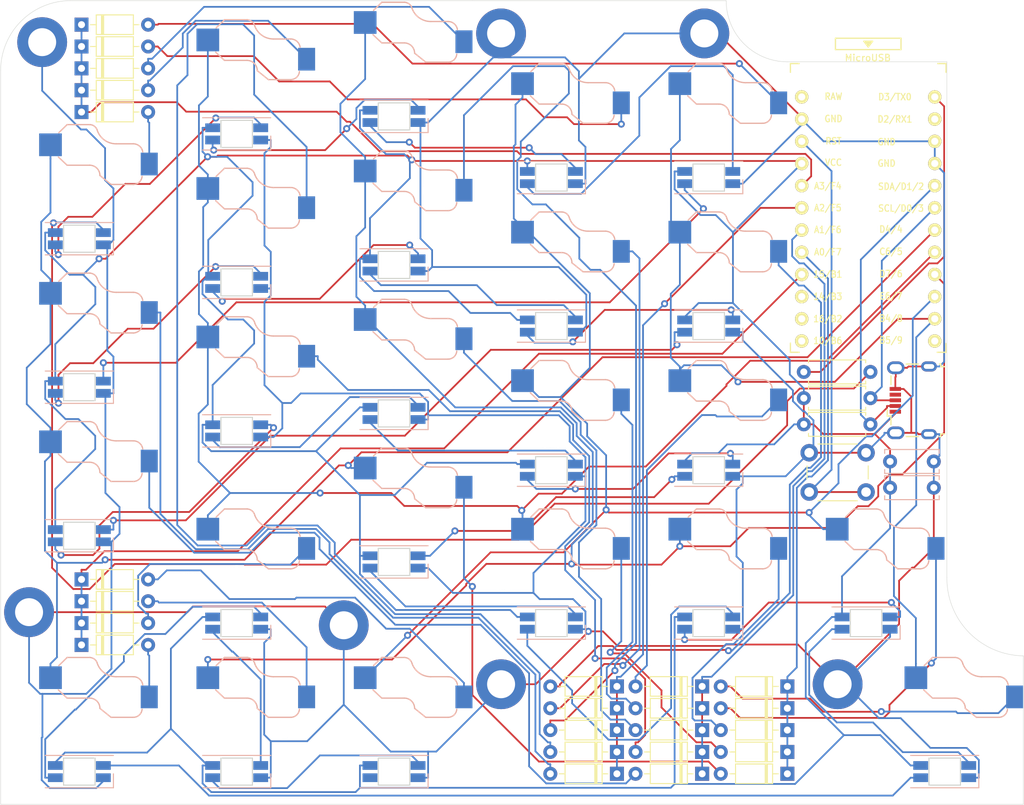
<source format=kicad_pcb>
(kicad_pcb (version 20210925) (generator pcbnew)
  (layers (0 "F.Cu" signal) (31 "B.Cu" signal) (34 "B.Paste" user) (35 "F.Paste" user) (36 "B.SilkS" user "B.Silkscreen") (37 "F.SilkS" user "F.Silkscreen") (38 "B.Mask" user) (39 "F.Mask" user) (44 "Edge.Cuts" user))
  (net 0 "")
  (net 1 "GND")
  (net 2 "+5V")
  (net 3 "Net-(D1-Pad2)")
  (net 4 "/lrow1")
  (net 5 "Net-(D2-Pad2)")
  (net 6 "/lrow2")
  (net 7 "Net-(D3-Pad2)")
  (net 8 "/lrow3")
  (net 9 "Net-(D4-Pad2)")
  (net 10 "/lrow4")
  (net 11 "Net-(D5-Pad2)")
  (net 12 "/lrow0")
  (net 13 "Net-(D6-Pad2)")
  (net 14 "Net-(D7-Pad2)")
  (net 15 "Net-(D8-Pad2)")
  (net 16 "Net-(D9-Pad2)")
  (net 17 "Net-(D10-Pad2)")
  (net 18 "Net-(D11-Pad2)")
  (net 19 "Net-(D12-Pad2)")
  (net 20 "Net-(D13-Pad2)")
  (net 21 "Net-(D14-Pad2)")
  (net 22 "Net-(D15-Pad2)")
  (net 23 "Net-(D16-Pad2)")
  (net 24 "Net-(D17-Pad2)")
  (net 25 "Net-(D18-Pad2)")
  (net 26 "Net-(D19-Pad2)")
  (net 27 "Net-(D20-Pad2)")
  (net 28 "Net-(D21-Pad2)")
  (net 29 "Net-(D22-Pad2)")
  (net 30 "Net-(D23-Pad2)")
  (net 31 "Net-(LED1-Pad2)")
  (net 32 "Net-(LED1-Pad4)")
  (net 33 "Net-(LED2-Pad2)")
  (net 34 "Net-(LED2-Pad4)")
  (net 35 "Net-(LED3-Pad2)")
  (net 36 "Net-(LED4-Pad2)")
  (net 37 "Net-(LED22-Pad2)")
  (net 38 "Net-(LED10-Pad4)")
  (net 39 "/lLED")
  (net 40 "Net-(LED11-Pad4)")
  (net 41 "Net-(LED12-Pad4)")
  (net 42 "Net-(LED13-Pad4)")
  (net 43 "Net-(LED14-Pad4)")
  (net 44 "Net-(LED10-Pad2)")
  (net 45 "Net-(LED11-Pad2)")
  (net 46 "Net-(LED12-Pad2)")
  (net 47 "Net-(LED13-Pad2)")
  (net 48 "Net-(LED14-Pad2)")
  (net 49 "Net-(LED16-Pad2)")
  (net 50 "Net-(LED17-Pad2)")
  (net 51 "Net-(LED18-Pad2)")
  (net 52 "Net-(LED19-Pad2)")
  (net 54 "/lSDA")
  (net 55 "/lSCL")
  (net 56 "/lcol0")
  (net 57 "/lcol1")
  (net 58 "/lcol2")
  (net 59 "/lcol3")
  (net 60 "/lcol4")
  (net 61 "/lRST")
  (net 68 "Net-(LED21-Pad2)")
  (net 69 "Net-(D47-Pad2)")
  (net 70 "Net-(LED23-Pad2)")
  (net 71 "Net-(LED15-Pad2)")
  (footprint "Diode_THT:D_DO-35_SOD27_P7.62mm_Horizontal" (layer "F.Cu") (at 86.5 96.75 180)
    (fp_text reference "D21" hide)
    (fp_text value "1N4148" hide)
  )
  (footprint "Diode_THT:D_DO-35_SOD27_P7.62mm_Horizontal" (layer "F.Cu") (at 96.25 101.75 180)
    (fp_text reference "D13" hide)
    (fp_text value "1N4148" hide)
  )
  (footprint "kbd:ChocV1_Hotswap" (layer "F.Cu") (at 97 50.75 180)
    (fp_text reference "SW21" hide)
    (fp_text value "SW_Push" hide)
  )
  (footprint "Resistor_THT:R_Axial_DIN0207_L6.3mm_D2.5mm_P7.62mm_Horizontal" (layer "F.Cu") (at 115.5 63.75 180)
    (fp_text reference "R1" hide)
    (fp_text value "10k" hide)
  )
  (footprint "kbd:ChocV1_Hotswap" (layer "F.Cu") (at 79 67.75 180)
    (fp_text reference "SW18" hide)
    (fp_text value "SW_Push" hide)
  )
  (footprint "Button_Switch_THT:SW_PUSH_6mm_H7.3mm" (layer "F.Cu") (at 115 74.5 180)
    (fp_text reference "SW47" hide)
    (fp_text value "SW_Push" hide)
  )
  (footprint "Diode_THT:D_DO-35_SOD27_P7.62mm_Horizontal" (layer "F.Cu") (at 106 106.75 180)
    (fp_text reference "D4" hide)
    (fp_text value "1N4148" hide)
  )
  (footprint "kbd:ChocV1_Hotswap" (layer "F.Cu") (at 43 62.75 180)
    (fp_text reference "SW8" hide)
    (fp_text value "SW_Push" hide)
  )
  (footprint "kbd:ChocV1_Hotswap" (layer "F.Cu") (at 97 84.75 180)
    (fp_text reference "SW14" hide)
    (fp_text value "SW_Push" hide)
  )
  (footprint "kbd:ChocV1_Hotswap" (layer "F.Cu") (at 79 84.75 180)
    (fp_text reference "SW9" hide)
    (fp_text value "SW_Push" hide)
  )
  (footprint "kbd:ChocV1_Hotswap" (layer "F.Cu") (at 61 26.75 180)
    (fp_text reference "SW11" hide)
    (fp_text value "SW_Push" hide)
  )
  (footprint "Diode_THT:D_DO-35_SOD27_P7.62mm_Horizontal" (layer "F.Cu") (at 96.25 104.25 180)
    (fp_text reference "D8" hide)
    (fp_text value "1N4148" hide)
  )
  (footprint "kbd:ChocV1_Hotswap" (layer "F.Cu") (at 115 84.75 180)
    (fp_text reference "SW19" hide)
    (fp_text value "SW_Push" hide)
  )
  (footprint "kbd:ChocV1_Hotswap" (layer "F.Cu") (at 79 50.75 180)
    (fp_text reference "SW17" hide)
    (fp_text value "SW_Push" hide)
  )
  (footprint "Diode_THT:D_DO-35_SOD27_P7.62mm_Horizontal" (layer "F.Cu") (at 25.25 28.5)
    (fp_text reference "D6" hide)
    (fp_text value "1N4148" hide)
  )
  (footprint "kbd:ChocV1_Hotswap" (layer "F.Cu") (at 25 101.75 180)
    (fp_text reference "SW5" hide)
    (fp_text value "SW_Push" hide)
  )
  (footprint "kbd:ChocV1_Hotswap" (layer "F.Cu") (at 61 77.75 180)
    (fp_text reference "SW4" hide)
    (fp_text value "SW_Push" hide)
  )
  (footprint "kbd:ChocV1_Hotswap" (layer "F.Cu") (at 43 101.75 180)
    (fp_text reference "SW15" hide)
    (fp_text value "SW_Push" hide)
  )
  (footprint "Diode_THT:D_DO-35_SOD27_P7.62mm_Horizontal" (layer "F.Cu") (at 106 96.75 180)
    (fp_text reference "D23" hide)
    (fp_text value "1N4148" hide)
  )
  (footprint "Diode_THT:D_DO-35_SOD27_P7.62mm_Horizontal" (layer "F.Cu") (at 86.5 106.75 180)
    (fp_text reference "D2" hide)
    (fp_text value "1N4148" hide)
  )
  (footprint "Diode_THT:D_DO-35_SOD27_P7.62mm_Horizontal" (layer "F.Cu") (at 96.25 106.75 180)
    (fp_text reference "D3" hide)
    (fp_text value "1N4148" hide)
  )
  (footprint "Diode_THT:D_DO-35_SOD27_P7.62mm_Horizontal" (layer "F.Cu") (at 25.25 89.5)
    (fp_text reference "D10" hide)
    (fp_text value "1N4148" hide)
  )
  (footprint "kbd:ChocV1_Hotswap" (layer "F.Cu") (at 61 43.75 180)
    (fp_text reference "SW12" hide)
    (fp_text value "SW_Push" hide)
  )
  (footprint "Diode_THT:D_DO-35_SOD27_P7.62mm_Horizontal" (layer "F.Cu") (at 25.25 92)
    (fp_text reference "D5" hide)
    (fp_text value "1N4148" hide)
  )
  (footprint "kbd:ChocV1_Hotswap" (layer "F.Cu") (at 43 28.75 180)
    (fp_text reference "SW6" hide)
    (fp_text value "SW_Push" hide)
  )
  (footprint "Diode_THT:D_DO-35_SOD27_P7.62mm_Horizontal" (layer "F.Cu") (at 86.5 101.75 180)
    (fp_text reference "D12" hide)
    (fp_text value "1N4148" hide)
  )
  (footprint "Diode_THT:D_DO-35_SOD27_P7.62mm_Horizontal" (layer "F.Cu") (at 25.25 21)
    (fp_text reference "D20" hide)
    (fp_text value "1N4148" hide)
  )
  (footprint "Resistor_THT:R_Axial_DIN0207_L6.3mm_D2.5mm_P7.62mm_Horizontal" (layer "F.Cu") (at 115.5 66.75 180)
    (fp_text reference "R2" hide)
    (fp_text value "10k" hide)
  )
  (footprint "Diode_THT:D_DO-35_SOD27_P7.62mm_Horizontal" (layer "F.Cu") (at 106 104.25 180)
    (fp_text reference "D9" hide)
    (fp_text value "1N4148" hide)
  )
  (footprint "Diode_THT:D_DO-35_SOD27_P7.62mm_Horizontal" (layer "F.Cu") (at 96.25 99.25 180)
    (fp_text reference "D18" hide)
    (fp_text value "1N4148" hide)
  )
  (footprint "Diode_THT:D_DO-35_SOD27_P7.62mm_Horizontal" (layer "F.Cu") (at 86.5 99.25 180)
    (fp_text reference "D17" hide)
    (fp_text value "1N4148" hide)
  )
  (footprint "Diode_THT:D_DO-35_SOD27_P7.62mm_Horizontal" (layer "F.Cu") (at 25.25 87)
    (fp_text reference "D15" hide)
    (fp_text value "1N4148" hide)
  )
  (footprint "kbd:ProMicro_v3.5" (layer "F.Cu") (at 115.25 43.75)
    (fp_text reference "U1" hide)
    (fp_text value "ProMicro" hide)
  )
  (footprint "kbd:ChocV1_Hotswap" (layer "F.Cu") (at 124 101.75 180)
    (fp_text reference "SW23" hide)
    (fp_text value "SW_Push" hide)
  )
  (footprint "kbd:ChocV1_Hotswap" (layer "F.Cu") (at 61 60.75 180)
    (fp_text reference "SW13" hide)
    (fp_text value "SW_Push" hide)
  )
  (footprint "Resistor_THT:R_Axial_DIN0207_L6.3mm_D2.5mm_P7.62mm_Horizontal" (layer "F.Cu") (at 115.5 60.75 180)
    (fp_text reference "R5" hide)
    (fp_text value "1k" hide)
  )
  (footprint "kbd:ChocV1_Hotswap" (layer "F.Cu") (at 43 45.75 180)
    (fp_text reference "SW7" hide)
    (fp_text value "SW_Push" hide)
  )
  (footprint "kbd:ChocV1_Hotswap" (layer "F.Cu") (at 97 33.75 180)
    (fp_text reference "SW20" hide)
    (fp_text value "SW_Push" hide)
  )
  (footprint "Diode_THT:D_DO-35_SOD27_P7.62mm_Horizontal" (layer "F.Cu") (at 96.25 96.75 180)
    (fp_text reference "D22" hide)
    (fp_text value "1N4148" hide)
  )
  (footprint "kbd:ChocV1_Hotswap" (layer "F.Cu") (at 25 40.75 180)
    (fp_text reference "SW1" hide)
    (fp_text value "SW_Push" hide)
  )
  (footprint "Diode_THT:D_DO-35_SOD27_P7.62mm_Horizontal" (layer "F.Cu") (at 106 101.75 180)
    (fp_text reference "D14" hide)
    (fp_text value "1N4148" hide)
  )
  (footprint "kbd:ChocV1_Hotswap" (layer "F.Cu") (at 25 57.75 180)
    (fp_text reference "SW2" hide)
    (fp_text value "SW_Push" hide)
  )
  (footprint "Diode_THT:D_DO-35_SOD27_P7.62mm_Horizontal" (layer "F.Cu") (at 25.25 26)
    (fp_text reference "D11" hide)
    (fp_text value "1N4148" hide)
  )
  (footprint "kbd:ChocV1_Hotswap" (layer "F.Cu") (at 79 33.75 180)
    (fp_text reference "SW16" hide)
    (fp_text value "SW_Push" hide)
  )
  (footprint "Diode_THT:D_DO-35_SOD27_P7.62mm_Horizontal" (layer "F.Cu") (at 86.5 104.25 180)
    (fp_text reference "D7" hide)
    (fp_text value "1N4148" hide)
  )
  (footprint "Diode_THT:D_DO-35_SOD27_P7.62mm_Horizontal" (layer "F.Cu") (at 25.25 31)
    (fp_text reference "D1" hide)
    (fp_text value "1N4148" hide)
  )
  (footprint "kbd:ChocV1_Hotswap" (layer "F.Cu") (at 97 67.75 180)
    (fp_text reference "SW22" hide)
    (fp_text value "SW_Push" hide)
  )
  (footprint "Diode_THT:D_DO-35_SOD27_P7.62mm_Horizontal" (layer "F.Cu") (at 25.25 23.5)
    (fp_text reference "D16" hide)
    (fp_text value "1N4148" hide)
  )
  (footprint "kbd:ChocV1_Hotswap" (layer "F.Cu") (at 25 74.75 180)
    (fp_text reference "SW3" hide)
    (fp_text value "SW_Push" hide)
  )
  (footprint "Diode_THT:D_DO-35_SOD27_P7.62mm_Horizontal" (layer "F.Cu") (at 106 99.25 180)
    (fp_text reference "D19" hide)
    (fp_text value "1N4148" hide)
  )
  (footprint "kbd:ChocV1_Hotswap" (layer "F.Cu") (at 43 84.75 180)
    (fp_text reference "SW10" hide)
    (fp_text value "SW_Push" hide)
  )
  (footprint "MountingHole:MountingHole_3.2mm_M3_ISO7380_Pad" (layer "F.Cu") (at 96.5 22)
    (fp_text reference "H4" hide)
    (fp_text value "MountingHole_Pad" hide)
  )
  (footprint "Connector_USB:USB_Micro-B_Wuerth_629105150521" (layer "F.Cu") (at 120.25 64 90)
    (fp_text reference "J1" hide)
    (fp_text value "USB_B_Micro" hide)
  )
  (footprint "kbd:ChocV1_Hotswap" (layer "F.Cu") (at 61 101.75 180)
    (fp_text reference "SW49" hide)
    (fp_text value "SW_Push" hide)
  )
  (footprint "MountingHole:MountingHole_3.2mm_M3_ISO7380_Pad" (layer "F.Cu") (at 19.25 88.25)
    (fp_text reference "H2" hide)
    (fp_text value "MountingHole_Pad" hide)
  )
  (footprint "MountingHole:MountingHole_3.2mm_M3_ISO7380_Pad" (layer "F.Cu") (at 55.25 89.75)
    (fp_text reference "H1" hide)
    (fp_text value "MountingHole_Pad" hide)
  )
  (footprint "Diode_THT:D_DO-35_SOD27_P7.62mm_Horizontal" (layer "F.Cu") (at 25.25 84.5)
    (fp_text reference "D47" hide)
    (fp_text value "1N4148" hide)
  )
  (footprint "MountingHole:MountingHole_3.2mm_M3_ISO7380_Pad" (layer "F.Cu") (at 20.75 23)
    (fp_text reference "H8" hide)
    (fp_text value "MountingHole_Pad" hide)
  )
  (footprint "MountingHole:MountingHole_3.2mm_M3_ISO7380_Pad" (layer "F.Cu") (at 111.75 96.5)
    (fp_text reference "H6" hide)
    (fp_text value "MountingHole_Pad" hide)
  )
  (footprint "MountingHole:MountingHole_3.2mm_M3_ISO7380_Pad" (layer "F.Cu") (at 73.25 22)
    (fp_text reference "H5" hide)
    (fp_text value "MountingHole_Pad" hide)
  )
  (footprint "MountingHole:MountingHole_3.2mm_M3_ISO7380_Pad" (layer "F.Cu") (at 73.25 96.5)
    (fp_text reference "H7" hide)
    (fp_text value "MountingHole_Pad" hide)
  )
  (footprint "kbd:YS-SK6812MINI-E" (layer "B.Cu") (at 25 106.5 180)
    (fp_text reference "LED5" hide)
    (fp_text value "YS-SK6812MINI-E" hide)
    (fp_line (start 1.8 -1.55) (end 1.8 1.55) (layer "Edge.Cuts") (width 0.12))
    (fp_line (start -1.8 -1.55) (end 1.8 -1.55) (layer "Edge.Cuts") (width 0.12))
    (fp_line (start -1.8 1.55) (end -1.8 -1.55) (layer "Edge.Cuts") (width 0.12))
    (fp_line (start 1.8 1.55) (end -1.8 1.55) (layer "Edge.Cuts") (width 0.12))
  )
  (footprint "kbd:YS-SK6812MINI-E" (layer "B.Cu") (at 43 33.5 180)
    (fp_text reference "LED6" hide)
    (fp_text value "YS-SK6812MINI-E" hide)
    (fp_line (start 1.8 1.55) (end -1.8 1.55) (layer "Edge.Cuts") (width 0.12))
    (fp_line (start -1.8 -1.55) (end 1.8 -1.55) (layer "Edge.Cuts") (width 0.12))
    (fp_line (start 1.8 -1.55) (end 1.8 1.55) (layer "Edge.Cuts") (width 0.12))
    (fp_line (start -1.8 1.55) (end -1.8 -1.55) (layer "Edge.Cuts") (width 0.12))
  )
  (footprint "kbd:YS-SK6812MINI-E" (layer "B.Cu") (at 97 55.5 180)
    (fp_text reference "LED21" hide)
    (fp_text value "YS-SK6812MINI-E" hide)
    (fp_line (start 1.8 -1.55) (end 1.8 1.55) (layer "Edge.Cuts") (width 0.12))
    (fp_line (start -1.8 -1.55) (end 1.8 -1.55) (layer "Edge.Cuts") (width 0.12))
    (fp_line (start -1.8 1.55) (end -1.8 -1.55) (layer "Edge.Cuts") (width 0.12))
    (fp_line (start 1.8 1.55) (end -1.8 1.55) (layer "Edge.Cuts") (width 0.12))
  )
  (footprint "kbd:YS-SK6812MINI-E" (layer "B.Cu") (at 61 31.5 180)
    (fp_text reference "LED11" hide)
    (fp_text value "YS-SK6812MINI-E" hide)
    (fp_line (start 1.8 1.55) (end -1.8 1.55) (layer "Edge.Cuts") (width 0.12))
    (fp_line (start 1.8 -1.55) (end 1.8 1.55) (layer "Edge.Cuts") (width 0.12))
    (fp_line (start -1.8 -1.55) (end 1.8 -1.55) (layer "Edge.Cuts") (width 0.12))
    (fp_line (start -1.8 1.55) (end -1.8 -1.55) (layer "Edge.Cuts") (width 0.12))
  )
  (footprint "kbd:YS-SK6812MINI-E" (layer "B.Cu") (at 79 89.5 180)
    (fp_text reference "LED9" hide)
    (fp_text value "YS-SK6812MINI-E" hide)
    (fp_line (start 1.8 -1.55) (end 1.8 1.55) (layer "Edge.Cuts") (width 0.12))
    (fp_line (start 1.8 1.55) (end -1.8 1.55) (layer "Edge.Cuts") (width 0.12))
    (fp_line (start -1.8 -1.55) (end 1.8 -1.55) (layer "Edge.Cuts") (width 0.12))
    (fp_line (start -1.8 1.55) (end -1.8 -1.55) (layer "Edge.Cuts") (width 0.12))
  )
  (footprint "kbd:YS-SK6812MINI-E" (layer "B.Cu") (at 25 62.5 180)
    (fp_text reference "LED2" hide)
    (fp_text value "YS-SK6812MINI-E" hide)
    (fp_line (start 1.8 1.55) (end -1.8 1.55) (layer "Edge.Cuts") (width 0.12))
    (fp_line (start -1.8 -1.55) (end 1.8 -1.55) (layer "Edge.Cuts") (width 0.12))
    (fp_line (start 1.8 -1.55) (end 1.8 1.55) (layer "Edge.Cuts") (width 0.12))
    (fp_line (start -1.8 1.55) (end -1.8 -1.55) (layer "Edge.Cuts") (width 0.12))
  )
  (footprint "kbd:YS-SK6812MINI-E" (layer "B.Cu") (at 25 79.5 180)
    (fp_text reference "LED3" hide)
    (fp_text value "YS-SK6812MINI-E" hide)
    (fp_line (start -1.8 1.55) (end -1.8 -1.55) (layer "Edge.Cuts") (width 0.12))
    (fp_line (start -1.8 -1.55) (end 1.8 -1.55) (layer "Edge.Cuts") (width 0.12))
    (fp_line (start 1.8 1.55) (end -1.8 1.55) (layer "Edge.Cuts") (width 0.12))
    (fp_line (start 1.8 -1.55) (end 1.8 1.55) (layer "Edge.Cuts") (width 0.12))
  )
  (footprint "Capacitor_THT:C_Disc_D6.0mm_W2.5mm_P5.00mm" (layer "B.Cu") (at 117.75 71)
    (fp_text reference "C1" hide)
    (fp_text value "0.1uF" hide)
  )
  (footprint "kbd:YS-SK6812MINI-E" (layer "B.Cu") (at 43 89.5 180)
    (fp_text reference "LED10" hide)
    (fp_text value "YS-SK6812MINI-E" hide)
    (fp_line (start 1.8 -1.55) (end 1.8 1.55) (layer "Edge.Cuts") (width 0.12))
    (fp_line (start -1.8 -1.55) (end 1.8 -1.55) (layer "Edge.Cuts") (width 0.12))
    (fp_line (start -1.8 1.55) (end -1.8 -1.55) (layer "Edge.Cuts") (width 0.12))
    (fp_line (start 1.8 1.55) (end -1.8 1.55) (layer "Edge.Cuts") (width 0.12))
  )
  (footprint "Capacitor_THT:C_Disc_D6.0mm_W2.5mm_P5.00mm" (layer "B.Cu") (at 117.75 74)
    (fp_text reference "C2" hide)
    (fp_text value "0.1uF" hide)
  )
  (footprint "kbd:YS-SK6812MINI-E" (layer "B.Cu") (at 25 45.5 180)
    (fp_text reference "LED1" hide)
    (fp_text value "YS-SK6812MINI-E" hide)
    (fp_line (start 1.8 -1.55) (end 1.8 1.55) (layer "Edge.Cuts") (width 0.12))
    (fp_line (start 1.8 1.55) (end -1.8 1.55) (layer "Edge.Cuts") (width 0.12))
    (fp_line (start -1.8 1.55) (end -1.8 -1.55) (layer "Edge.Cuts") (width 0.12))
    (fp_line (start -1.8 -1.55) (end 1.8 -1.55) (layer "Edge.Cuts") (width 0.12))
  )
  (footprint "kbd:YS-SK6812MINI-E" (layer "B.Cu") (at 61 82.5 180)
    (fp_text reference "LED4" hide)
    (fp_text value "YS-SK6812MINI-E" hide)
    (fp_line (start -1.8 1.55) (end -1.8 -1.55) (layer "Edge.Cuts") (width 0.12))
    (fp_line (start -1.8 -1.55) (end 1.8 -1.55) (layer "Edge.Cuts") (width 0.12))
    (fp_line (start 1.8 1.55) (end -1.8 1.55) (layer "Edge.Cuts") (width 0.12))
    (fp_line (start 1.8 -1.55) (end 1.8 1.55) (layer "Edge.Cuts") (width 0.12))
  )
  (footprint "kbd:YS-SK6812MINI-E" (layer "B.Cu") (at 124 106.5 180)
    (fp_text reference "LED23" hide)
    (fp_text value "YS-SK6812MINI-E" hide)
    (fp_line (start 1.8 1.55) (end -1.8 1.55) (layer "Edge.Cuts") (width 0.12))
    (fp_line (start -1.8 1.55) (end -1.8 -1.55) (layer "Edge.Cuts") (width 0.12))
    (fp_line (start -1.8 -1.55) (end 1.8 -1.55) (layer "Edge.Cuts") (width 0.12))
    (fp_line (start 1.8 -1.55) (end 1.8 1.55) (layer "Edge.Cuts") (width 0.12))
  )
  (footprint "kbd:YS-SK6812MINI-E" (layer "B.Cu") (at 61 48.5 180)
    (fp_text reference "LED12" hide)
    (fp_text value "YS-SK6812MINI-E" hide)
    (fp_line (start 1.8 -1.55) (end 1.8 1.55) (layer "Edge.Cuts") (width 0.12))
    (fp_line (start 1.8 1.55) (end -1.8 1.55) (layer "Edge.Cuts") (width 0.12))
    (fp_line (start -1.8 1.55) (end -1.8 -1.55) (layer "Edge.Cuts") (width 0.12))
    (fp_line (start -1.8 -1.55) (end 1.8 -1.55) (layer "Edge.Cuts") (width 0.12))
  )
  (footprint "kbd:YS-SK6812MINI-E" (layer "B.Cu") (at 97 72 180)
    (fp_text reference "LED22" hide)
    (fp_text value "YS-SK6812MINI-E" hide)
    (fp_line (start 1.8 1.55) (end -1.8 1.55) (layer "Edge.Cuts") (width 0.12))
    (fp_line (start 1.8 -1.55) (end 1.8 1.55) (layer "Edge.Cuts") (width 0.12))
    (fp_line (start -1.8 1.55) (end -1.8 -1.55) (layer "Edge.Cuts") (width 0.12))
    (fp_line (start -1.8 -1.55) (end 1.8 -1.55) (layer "Edge.Cuts") (width 0.12))
  )
  (footprint "kbd:YS-SK6812MINI-E" (layer "B.Cu") (at 43 50.5 180)
    (fp_text reference "LED7" hide)
    (fp_text value "YS-SK6812MINI-E" hide)
    (fp_line (start -1.8 -1.55) (end 1.8 -1.55) (layer "Edge.Cuts") (width 0.12))
    (fp_line (start 1.8 1.55) (end -1.8 1.55) (layer "Edge.Cuts") (width 0.12))
    (fp_line (start -1.8 1.55) (end -1.8 -1.55) (layer "Edge.Cuts") (width 0.12))
    (fp_line (start 1.8 -1.55) (end 1.8 1.55) (layer "Edge.Cuts") (width 0.12))
  )
  (footprint "kbd:YS-SK6812MINI-E" (layer "B.Cu") (at 97 89.5 180)
    (fp_text reference "LED14" hide)
    (fp_text value "YS-SK6812MINI-E" hide)
    (fp_line (start -1.8 1.55) (end -1.8 -1.55) (layer "Edge.Cuts") (width 0.12))
    (fp_line (start 1.8 1.55) (end -1.8 1.55) (layer "Edge.Cuts") (width 0.12))
    (fp_line (start -1.8 -1.55) (end 1.8 -1.55) (layer "Edge.Cuts") (width 0.12))
    (fp_line (start 1.8 -1.55) (end 1.8 1.55) (layer "Edge.Cuts") (width 0.12))
  )
  (footprint "kbd:YS-SK6812MINI-E" (layer "B.Cu") (at 79 72 180)
    (fp_text reference "LED18" hide)
    (fp_text value "YS-SK6812MINI-E" hide)
    (fp_line (start -1.8 -1.55) (end 1.8 -1.55) (layer "Edge.Cuts") (width 0.12))
    (fp_line (start 1.8 -1.55) (end 1.8 1.55) (layer "Edge.Cuts") (width 0.12))
    (fp_line (start 1.8 1.55) (end -1.8 1.55) (layer "Edge.Cuts") (width 0.12))
    (fp_line (start -1.8 1.55) (end -1.8 -1.55) (layer "Edge.Cuts") (width 0.12))
  )
  (footprint "kbd:YS-SK6812MINI-E" (layer "B.Cu") (at 43 67.5 180)
    (fp_text reference "LED8" hide)
    (fp_text value "YS-SK6812MINI-E" hide)
    (fp_line (start 1.8 1.55) (end -1.8 1.55) (layer "Edge.Cuts") (width 0.12))
    (fp_line (start 1.8 -1.55) (end 1.8 1.55) (layer "Edge.Cuts") (width 0.12))
    (fp_line (start -1.8 1.55) (end -1.8 -1.55) (layer "Edge.Cuts") (width 0.12))
    (fp_line (start -1.8 -1.55) (end 1.8 -1.55) (layer "Edge.Cuts") (width 0.12))
  )
  (footprint "kbd:YS-SK6812MINI-E" (layer "B.Cu") (at 115 89.5 180)
    (fp_text reference "LED19" hide)
    (fp_text value "YS-SK6812MINI-E" hide)
    (fp_line (start -1.8 -1.55) (end 1.8 -1.55) (layer "Edge.Cuts") (width 0.12))
    (fp_line (start 1.8 -1.55) (end 1.8 1.55) (layer "Edge.Cuts") (width 0.12))
    (fp_line (start 1.8 1.55) (end -1.8 1.55) (layer "Edge.Cuts") (width 0.12))
    (fp_line (start -1.8 1.55) (end -1.8 -1.55) (layer "Edge.Cuts") (width 0.12))
  )
  (footprint "kbd:YS-SK6812MINI-E" (layer "B.Cu") (at 79 55.5 180)
    (fp_text reference "LED17" hide)
    (fp_text value "YS-SK6812MINI-E" hide)
    (fp_line (start 1.8 1.55) (end -1.8 1.55) (layer "Edge.Cuts") (width 0.12))
    (fp_line (start -1.8 -1.55) (end 1.8 -1.55) (layer "Edge.Cuts") (width 0.12))
    (fp_line (start 1.8 -1.55) (end 1.8 1.55) (layer "Edge.Cuts") (width 0.12))
    (fp_line (start -1.8 1.55) (end -1.8 -1.55) (layer "Edge.Cuts") (width 0.12))
  )
  (footprint "kbd:YS-SK6812MINI-E" (layer "B.Cu") (at 79 38.5 180)
    (fp_text reference "LED16" hide)
    (fp_text value "YS-SK6812MINI-E" hide)
    (fp_line (start -1.8 1.55) (end -1.8 -1.55) (layer "Edge.Cuts") (width 0.12))
    (fp_line (start -1.8 -1.55) (end 1.8 -1.55) (layer "Edge.Cuts") (width 0.12))
    (fp_line (start 1.8 1.55) (end -1.8 1.55) (layer "Edge.Cuts") (width 0.12))
    (fp_line (start 1.8 -1.55) (end 1.8 1.55) (layer "Edge.Cuts") (width 0.12))
  )
  (footprint "kbd:YS-SK6812MINI-E" (layer "B.Cu") (at 61 65.5 180)
    (fp_text reference "LED13" hide)
    (fp_text value "YS-SK6812MINI-E" hide)
    (fp_line (start -1.8 1.55) (end -1.8 -1.55) (layer "Edge.Cuts") (width 0.12))
    (fp_line (start -1.8 -1.55) (end 1.8 -1.55) (layer "Edge.Cuts") (width 0.12))
    (fp_line (start 1.8 -1.55) (end 1.8 1.55) (layer "Edge.Cuts") (width 0.12))
    (fp_line (start 1.8 1.55) (end -1.8 1.55) (layer "Edge.Cuts") (width 0.12))
  )
  (footprint "kbd:YS-SK6812MINI-E" (layer "B.Cu") (at 43 106.5 180)
    (fp_text reference "LED15" hide)
    (fp_text value "YS-SK6812MINI-E" hide)
    (fp_line (start 1.8 -1.55) (end 1.8 1.55) (layer "Edge.Cuts") (width 0.12))
    (fp_line (start -1.8 1.55) (end -1.8 -1.55) (layer "Edge.Cuts") (width 0.12))
    (fp_line (start 1.8 1.55) (end -1.8 1.55) (layer "Edge.Cuts") (width 0.12))
    (fp_line (start -1.8 -1.55) (end 1.8 -1.55) (layer "Edge.Cuts") (width 0.12))
  )
  (footprint "kbd:YS-SK6812MINI-E" (layer "B.Cu") (at 97 38.5 180)
    (fp_text reference "LED20" hide)
    (fp_text value "YS-SK6812MINI-E" hide)
    (fp_line (start -1.8 -1.55) (end 1.8 -1.55) (layer "Edge.Cuts") (width 0.12))
    (fp_line (start 1.8 -1.55) (end 1.8 1.55) (layer "Edge.Cuts") (width 0.12))
    (fp_line (start 1.8 1.55) (end -1.8 1.55) (layer "Edge.Cuts") (width 0.12))
    (fp_line (start -1.8 1.55) (end -1.8 -1.55) (layer "Edge.Cuts") (width 0.12))
  )
  (footprint "kbd:YS-SK6812MINI-E" (layer "B.Cu") (at 61 106.5 180)
    (fp_text reference "LED47" hide)
    (fp_text value "YS-SK6812MINI-E" hide)
    (fp_line (start 1.8 -1.55) (end 1.8 1.55) (layer "Edge.Cuts") (width 0.12))
    (fp_line (start 1.8 1.55) (end -1.8 1.55) (layer "Edge.Cuts") (width 0.12))
    (fp_line (start -1.8 1.55) (end -1.8 -1.55) (layer "Edge.Cuts") (width 0.12))
    (fp_line (start -1.8 -1.55) (end 1.8 -1.55) (layer "Edge.Cuts") (width 0.12))
  )
  (gr_arc (start 24 26.25) (end 16 26.25) (angle 90) (layer "Edge.Cuts") (width 0.05))
  (gr_line (start 106 25.25) (end 124.25 25.25) (layer "Edge.Cuts") (width 0.05))
  (gr_arc (start 133.125 84.375) (end 124.25 84.25) (angle -90) (layer "Edge.Cuts") (width 0.05))
  (gr_line (start 16 110.25) (end 133 110.25) (layer "Edge.Cuts") (width 0.05))
  (gr_line (start 24 18.25) (end 70 18.25) (layer "Edge.Cuts") (width 0.05))
  (gr_line (start 70 18.25) (end 99 18.25) (layer "Edge.Cuts") (width 0.05))
  (gr_line (start 124.25 25.25) (end 124.25 84.25) (layer "Edge.Cuts") (width 0.05))
  (gr_line (start 16 110.25) (end 16 26.25) (layer "Edge.Cuts") (width 0.05))
  (gr_arc (start 106 18.25) (end 106 25.25) (angle 90) (layer "Edge.Cuts") (width 0.05))
  (gr_line (start 133 110.25) (end 133 93.25) (layer "Edge.Cuts") (width 0.05))
  (segment (start 53.0985 87.5985) (end 38.0062 87.5985) (width 0.2) (layer "F.Cu") (net 1))
  (segment (start 111.75 96.5) (end 107.2054 91.9554) (width 0.2) (layer "F.Cu") (net 1))
  (segment (start 120.4893 83.1502) (end 120.2829 83.1502) (width 0.2) (layer "F.Cu") (net 1))
  (segment (start 98.806 92.1163) (end 86.5684 92.1163) (width 0.2) (layer "F.Cu") (net 1))
  (segment (start 38.0062 87.5985) (end 37.3547 88.25) (width 0.2) (layer "F.Cu") (net 1))
  (segment (start 115 70) (end 108.5 70) (width 0.2) (layer "F.Cu") (net 1))
  (segment (start 86.5684 92.1163) (end 84.9003 90.4482) (width 0.2) (layer "F.Cu") (net 1))
  (segment (start 118.7812 89.6068) (end 111.888 96.5) (width 0.2) (layer "F.Cu") (net 1))
  (segment (start 118.4 60.275) (end 119.7003 60.275) (width 0.2) (layer "F.Cu") (net 1))
  (segment (start 118.35 62.7) (end 119.3003 62.7) (width 0.2) (layer "F.Cu") (net 1))
  (segment (start 120.1741 63.5738) (end 119.3003 62.7) (width 0.2) (layer "F.Cu") (net 1))
  (segment (start 120.1741 67.725) (end 120.8497 67.725) (width 0.2) (layer "F.Cu") (net 1))
  (segment (start 119.8503 60.125) (end 119.7003 60.275) (width 0.2) (layer "F.Cu") (net 1))
  (segment (start 118.4 61.3003) (end 118.35 61.3503) (width 0.2) (layer "F.Cu") (net 1))
  (segment (start 98.9669 91.9554) (end 98.806 92.1163) (width 0.2) (layer "F.Cu") (net 1))
  (segment (start 83.234 90.4791) (end 83.234 90.4482) (width 0.2) (layer "F.Cu") (net 1))
  (segment (start 120.2829 83.1502) (end 118.7812 84.6519) (width 0.2) (layer "F.Cu") (net 1))
  (segment (start 77.2131 96.5) (end 83.234 90.4791) (width 0.2) (layer "F.Cu") (net 1))
  (segment (start 120.1741 67.725) (end 120.1741 63.5738) (width 0.2) (layer "F.Cu") (net 1))
  (segment (start 120.8497 67.725) (end 120.9997 67.875) (width 0.2) (layer "F.Cu") (net 1))
  (segment (start 55.25 89.75) (end 53.0985 87.5985) (width 0.2) (layer "F.Cu") (net 1))
  (segment (start 122.2 67.875) (end 120.9997 67.875) (width 0.2) (layer "F.Cu") (net 1))
  (segment (start 73.25 96.5) (end 77.2131 96.5) (width 0.2) (layer "F.Cu") (net 1))
  (segment (start 122.75 80.8895) (end 120.4893 83.1502) (width 0.2) (layer "F.Cu") (net 1))
  (segment (start 118.35 61.3503) (end 118.35 62.7) (width 0.2) (layer "F.Cu") (net 1))
  (segment (start 111.888 96.5) (end 111.75 96.5) (width 0.2) (layer "F.Cu") (net 1))
  (segment (start 118.4 60.275) (end 118.4 61.3003) (width 0.2) (layer "F.Cu") (net 1))
  (segment (start 107.2054 91.9554) (end 98.9669 91.9554) (width 0.2) (layer "F.Cu") (net 1))
  (segment (start 107.6414 31.6008) (end 98.0406 22) (width 0.2) (layer "F.Cu") (net 1))
  (segment (start 118.4 67.725) (end 119.7003 67.725) (width 0.2) (layer "F.Cu") (net 1))
  (segment (start 118.7812 84.6519) (end 118.7812 89.6068) (width 0.2) (layer "F.Cu") (net 1))
  (segment (start 122.2 60.125) (end 119.8503 60.125) (width 0.2) (layer "F.Cu") (net 1))
  (segment (start 107.6414 31.812) (end 107.6414 31.6008) (width 0.2) (layer "F.Cu") (net 1))
  (segment (start 84.9003 90.4482) (end 83.234 90.4482) (width 0.2) (layer "F.Cu") (net 1))
  (segment (start 98.0406 22) (end 96.5 22) (width 0.2) (layer "F.Cu") (net 1))
  (segment (start 122.75 74) (end 122.75 80.8895) (width 0.2) (layer "F.Cu") (net 1))
  (segment (start 37.3547 88.25) (end 19.25 88.25) (width 0.2) (layer "F.Cu") (net 1))
  (segment (start 119.7003 67.725) (end 120.1741 67.725) (width 0.2) (layer "F.Cu") (net 1))
  (via (at 83.234 90.4482) (size 0.8) (drill 0.4) (layers "F.Cu" "B.Cu") (net 1))
  (segment (start 127.9003 105.1654) (end 127.9003 107.2) (width 0.2) (layer "B.Cu") (net 1))
  (segment (start 20.7797 97.6004) (end 20.7797 102.5465) (width 0.2) (layer "B.Cu") (net 1))
  (segment (start 20.6939 102.6323) (end 20.6939 107.4679) (width 0.2) (layer "B.Cu") (net 1))
  (segment (start 100.9003 73.5003) (end 100.9003 72.7) (width 0.2) (layer "B.Cu") (net 1))
  (segment (start 82.1504 27.1954) (end 82.1504 34.2504) (width 0.2) (layer "B.Cu") (net 1))
  (segment (start 63.75 49.2) (end 64.9003 49.2) (width 0.2) (layer "B.Cu") (net 1))
  (segment (start 81.4826 86.7529) (end 77.6614 86.7529) (width 0.2) (layer "B.Cu") (net 1))
  (segment (start 100.1813 81.8769) (end 100.1813 74.2193) (width 0.2) (layer "B.Cu") (net 1))
  (segment (start 46.8002 51.2) (end 46.9003 51.2) (width 0.2) (layer "B.Cu") (net 1))
  (segment (start 28.9003 63.2) (end 28.9003 59.0003) (width 0.2) (layer "B.Cu") (net 1))
  (segment (start 82.299022 56.2) (end 81.75 56.2) (width 0.2) (layer "B.Cu") (net 1))
  (segment (start 99.75 56.2) (end 100.9003 56.2) (width 0.2) (layer "B.Cu") (net 1))
  (segment (start 73.25 24.7389) (end 73.25 22) (width 0.2) (layer "B.Cu") (net 1))
  (segment (start 46.1505 91.7501) (end 46.9003 91.0003) (width 0.2) (layer "B.Cu") (net 1))
  (segment (start 64.9003 104.2071) (end 60.6184 104.2071) (width 0.2) (layer "B.Cu") (net 1))
  (segment (start 47.2215 68.2) (end 48.2216 67.1999) (width 0.2) (layer "B.Cu") (net 1))
  (segment (start 77.6614 86.7529) (end 76.9542 86.0457) (width 0.2) (layer "B.Cu") (net 1))
  (segment (start 83 55.499022) (end 82.299022 56.2) (width 0.2) (layer "B.Cu") (net 1))
  (segment (start 65.3594 46.8094) (end 65.3594 48.7409) (width 0.2) (layer "B.Cu") (net 1))
  (segment (start 27.75 107.5799) (end 27.75 107.2) (width 0.2) (layer "B.Cu") (net 1))
  (segment (start 20.7797 102.5465) (end 20.6939 102.6323) (width 0.2) (layer "B.Cu") (net 1))
  (segment (start 122.3631 103.7867) (end 126.5216 103.7867) (width 0.2) (layer "B.Cu") (net 1))
  (segment (start 116.4721 100.3829) (end 118.9593 100.3829) (width 0.2) (layer "B.Cu") (net 1))
  (segment (start 76.9542 83.7693) (end 76.9542 86.0457) (width 0.2) (layer "B.Cu") (net 1))
  (segment (start 81.75 72.7) (end 82.9003 72.7) (width 0.2) (layer "B.Cu") (net 1))
  (segment (start 63.75 107.2) (end 64.9003 107.2) (width 0.2) (layer "B.Cu") (net 1))
  (segment (start 63.9409 63.2139) (end 64.9003 64.1733) (width 0.2) (layer "B.Cu") (net 1))
  (segment (start 126.5216 103.7867) (end 127.9003 105.1654) (width 0.2) (layer "B.Cu") (net 1))
  (segment (start 46.8002 51.2) (end 46.9003 51.0999) (width 0.2) (layer "B.Cu") (net 1))
  (segment (start 46.9004 107.0998) (end 46.9004 103.0245) (width 0.2) (layer "B.Cu") (net 1))
  (segment (start 126.75 107.2) (end 127.9003 107.2) (width 0.2) (layer "B.Cu") (net 1))
  (segment (start 87.3458 22) (end 82.1504 27.1954) (width 0.2) (layer "B.Cu") (net 1))
  (segment (start 79.8479 65.7107) (end 81.0942 66.957) (width 0.2) (layer "B.Cu") (net 1))
  (segment (start 27.75 46.2) (end 28.3502 46.2) (width 0.2) (layer "B.Cu") (net 1))
  (segment (start 108.5 70) (end 105.8 72.7) (width 0.2) (layer "B.Cu") (net 1))
  (segment (start 27.9845 63.2) (end 27.9846 63.2) (width 0.2) (layer "B.Cu") (net 1))
  (segment (start 25.8109 32.9996) (end 25.1879 32.9996) (width 0.2) (layer "B.Cu") (net 1))
  (segment (start 20.6939 107.4679) (end 21.6101 108.3841) (width 0.2) (layer "B.Cu") (net 1))
  (segment (start 106.6365 62.8732) (end 106.6365 64.0949) (width 0.2) (layer "B.Cu") (net 1))
  (segment (start 73.25 96.5) (end 73.25 96.7938) (width 0.2) (layer "B.Cu") (net 1))
  (segment (start 105.8 72.7) (end 100.9003 72.7) (width 0.2) (layer "B.Cu") (net 1))
  (segment (start 118.4 67.725) (end 117.0997 67.725) (width 0.2) (layer "B.Cu") (net 1))
  (segment (start 73.25 24.7389) (end 80.553893 24.7389) (width 0.2) (layer "B.Cu") (net 1))
  (segment (start 64.9003 49.2) (end 65.3594 48.7409) (width 0.2) (layer "B.Cu") (net 1))
  (segment (start 64.1503 32.2) (end 64.1504 32.2) (width 0.2) (layer "B.Cu") (net 1))
  (segment (start 82.9003 72.7) (end 82.9003 77.8232) (width 0.2) (layer "B.Cu") (net 1))
  (segment (start 99.75 39.2) (end 99.8263 39.2) (width 0.2) (layer "B.Cu") (net 1))
  (segment (start 123.9396 37.9702) (end 122.8614 36.892) (width 0.2) (layer "B.Cu") (net 1))
  (segment (start 81.75 90.2) (end 82.9003 90.2) (width 0.2) (layer "B.Cu") (net 1))
  (segment (start 110.1455 34.352) (end 107.9469 32.1534) (width 0.2) (layer "B.Cu") (net 1))
  (segment (start 45.75 68.2) (end 46.9003 68.2) (width 0.2) (layer "B.Cu") (net 1))
  (segment (start 106.6365 64.0949) (end 107.7916 65.25) (width 0.2) (layer "B.Cu") (net 1))
  (segment (start 45.75 90.2) (end 46.9003 90.2) (width 0.2) (layer "B.Cu") (net 1))
  (segment (start 99.8264 39.2) (end 99.8609 39.2) (width 0.2) (layer "B.Cu") (net 1))
  (segment (start 100.9003 56.2) (end 100.9003 57.137) (width 0.2) (layer "B.Cu") (net 1))
  (segment (start 79.8269 48.7409) (end 83 51.914) (width 0.2) (layer "B.Cu") (net 1))
  (segment (start 96.5 22) (end 87.3458 22) (width 0.2) (layer "B.Cu") (net 1))
  (segment (start 26.9458 108.3841) (end 27.75 107.5799) (width 0.2) (layer "B.Cu") (net 1))
  (segment (start 19.25 88.25) (end 19.25 96.3342) (width 0.2) (layer "B.Cu") (net 1))
  (segment (start 50.3245 63.2139) (end 63.9409 63.2139) (width 0.2) (layer "B.Cu") (net 1))
  (segment (start 25.1879 32.9996) (end 20.75 28.5617) (width 0.2) (layer "B.Cu") (net 1))
  (segment (start 107.7916 65.25) (end 107.9363 65.25) (width 0.2) (layer "B.Cu") (net 1))
  (segment (start 107.9469 32.1534) (end 107.6414 31.8479) (width 0.2) (layer "B.Cu") (net 1))
  (segment (start 46.1813 62.2653) (end 48.2216 64.3056) (width 0.2) (layer "B.Cu") (net 1))
  (segment (start 46.1813 35.7193) (end 46.9003 35.0003) (width 0.2) (layer "B.Cu") (net 1))
  (segment (start 108.9844 69.5156) (end 108.5 70) (width 0.2) (layer "B.Cu") (net 1))
  (segment (start 60.6184 104.2071) (end 55.25 98.8387) (width 0.2) (layer "B.Cu") (net 1))
  (segment (start 46.9003 35.0003) (end 46.9003 34.2) (width 0.2) (layer "B.Cu") (net 1))
  (segment (start 73.25 96.7938) (end 65.8367 104.2071) (width 0.2) (layer "B.Cu") (net 1))
  (segment (start 20.75 28.5617) (end 20.75 23) (width 0.2) (layer "B.Cu") (net 1))
  (segment (start 100.9003 57.137) (end 106.6365 62.8732) (width 0.2) (layer "B.Cu") (net 1))
  (segment (start 123.4003 70.3497) (end 122.75 71) (width 0.2) (layer "B.Cu") (net 1))
  (segment (start 83 51.914) (end 83 55.499022) (width 0.2) (layer "B.Cu") (net 1))
  (segment (start 82.9003 70.5196) (end 82.9003 72.7) (width 0.2) (layer "B.Cu") (net 1))
  (segment (start 63.75 32.2) (end 64.0253 32.2) (width 0.2) (layer "B.Cu") (net 1))
  (segment (start 122.8614 36.892) (end 122.8614 34.352) (width 0.2) (layer "B.Cu") (net 1))
  (segment (start 19.25 96.3342) (end 20.5162 97.6004) (width 0.2) (layer "B.Cu") (net 1))
  (segment (start 29.6007 79.2742) (end 28.6749 80.2) (width 0.2) (layer "B.Cu") (net 1))
  (segment (start 48.2216 64.3056) (end 49.2328 64.3056) (width 0.2) (layer "B.Cu") (net 1))
  (segment (start 100.1813 74.2193) (end 100.9003 73.5003) (width 0.2) (layer "B.Cu") (net 1))
  (segment (start 45.75 51.2) (end 46.8002 51.2) (width 0.2) (layer "B.Cu") (net 1))
  (segment (start 111.75 96.5) (end 112.3319 96.5) (width 0.2) (layer "B.Cu") (net 1))
  (segment (start 107.6414 31.8479) (end 107.6414 31.812) (width 0.2) (layer "B.Cu") (net 1))
  (segment (start 65.3594 48.7409) (end 79.8269 48.7409) (width 0.2) (layer "B.Cu") (net 1))
  (segment (start 123.9396 59.5857) (end 123.9396 37.9702) (width 0.2) (layer "B.Cu") (net 1))
  (segment (start 28.1996 46.3506) (end 28.3502 46.2) (width 0.2) (layer "B.Cu") (net 1))
  (segment (start 82.9003 35.0003) (end 82.9003 39.2) (width 0.2) (layer "B.Cu") (net 1))
  (segment (start 67.746 86.0457) (end 64.9003 83.2) (width 0.2) (layer "B.Cu") (net 1))
  (segment (start 63.75 83.2) (end 64.9003 83.2) (width 0.2) (layer "B.Cu") (net 1))
  (segment (start 25.7922 97.6004) (end 20.7797 97.6004) (width 0.2) (layer "B.Cu") (net 1))
  (segment (start 82.1504 34.2504) (end 82.9003 35.0003) (width 0.2) (layer "B.Cu") (net 1))
  (segment (start 46.9004 103.0245) (end 46.1505 102.2746) (width 0.2) (layer "B.Cu") (net 1))
  (segment (start 64.9003 32.2) (end 72.3614 24.7389) (width 0.2) (layer "B.Cu") (net 1))
  (segment (start 123.4003 67.875) (end 123.4003 70.3497) (width 0.2) (layer "B.Cu") (net 1))
  (segment (start 64.9003 107.2) (end 64.9003 104.2071) (width 0.2) (layer "B.Cu") (net 1))
  (segment (start 82.9003 90.2) (end 82.9003 88.1706) (width 0.2) (layer "B.Cu") (net 1))
  (segment (start 99.75 90.2) (end 100.9003 90.2) (width 0.2) (layer "B.Cu") (net 1))
  (segment (start 99.75 72.7) (end 100.9003 72.7) (width 0.2) (layer "B.Cu") (net 1))
  (segment (start 28.1996 58.2996) (end 28.1996 46.3506) (width 0.2) (layer "B.Cu") (net 1))
  (segment (start 81.0942 66.957) (end 81.0942 68.7135) (width 0.2) (layer "B.Cu") (net 1))
  (segment (start 76.9542 86.0457) (end 67.746 86.0457) (width 0.2) (layer "B.Cu") (net 1))
  (segment (start 55.25 89.75) (end 55.25 98.8387) (width 0.2) (layer "B.Cu") (net 1))
  (segment (start 112.3319 96.5) (end 112.4606 96.3713) (width 0.2) (layer "B.Cu") (net 1))
  (segment (start 46.1813 46.2814) (end 46.1813 35.7193) (width 0.2) (layer "B.Cu") (net 1))
  (segment (start 27.9846 63.2) (end 28.9003 63.2) (width 0.2) (layer "B.Cu") (net 1))
  (segment (start 82.1504 26.335407) (end 82.1504 27.1954) (width 0.2) (layer "B.Cu") (net 1))
  (segment (start 122.2 60.125) (end 123.4003 60.125) (width 0.2) (layer "B.Cu") (net 1))
  (segment (start 46.1813 52.7193) (end 46.1813 62.2653) (width 0.2) (layer "B.Cu") (net 1))
  (segment (start 64.0253 32.2) (end 64.0254 32.2) (width 0.2) (layer "B.Cu") (net 1))
  (segment (start 51.0642 103.0245) (end 46.9004 103.0245) (width 0.2) (layer "B.Cu") (net 1))
  (segment (start 46.9003 52.0003) (end 46.1813 52.7193) (width 0.2) (layer "B.Cu") (net 1))
  (segment (start 99.861 39.2) (end 100.9003 39.2) (width 0.2) (layer "B.Cu") (net 1))
  (segment (start 64.9003 66.2) (end 64.9003 65.7107) (width 0.2) (layer "B.Cu") (net 1))
  (segment (start 100.9003 90.2) (end 100.9003 82.5959) (width 0.2) (layer "B.Cu") (net 1))
  (segment (start 99.8609 39.2) (end 99.861 39.2) (width 0.2) (layer "B.Cu") (net 1))
  (segment (start 123.4003 60.125) (end 123.9396 59.5857) (width 0.2) (layer "B.Cu") (net 1))
  (segment (start 64.1504 32.2) (end 64.9003 32.2) (width 0.2) (layer "B.Cu") (net 1))
  (segment (start 112.4606 96.3713) (end 116.4721 100.3829) (width 0.2) (layer "B.Cu") (net 1))
  (segment (start 46.8002 107.2) (end 46.9004 107.0998) (width 0.2) (layer "B.Cu") (net 1))
  (segment (start 27.9459 35.1346) (end 25.8109 32.9996) (width 0.2) (layer "B.Cu") (net 1))
  (segment (start 46.9003 91.0003) (end 46.9003 90.2) (width 0.2) (layer "B.Cu") (net 1))
  (segment (start 117.0997 67.9003) (end 117.0997 67.725) (width 0.2) (layer "B.Cu") (net 1))
  (segment (start 27.9846 63.2) (end 27.9846 74.6049) (width 0.2) (layer "B.Cu") (net 1))
  (segment (start 100.9003 39.2) (end 107.9469 32.1534) (width 0.2) (layer "B.Cu") (net 1))
  (segment (start 46.9003 68.2) (end 47.2215 68.2) (width 0.2) (layer "B.Cu") (net 1))
  (segment (start 46.9003 51.0999) (end 46.9003 47.0004) (width 0.2) (layer "B.Cu") (net 1))
  (segment (start 45.75 34.2) (end 46.9003 34.2) (width 0.2) (layer "B.Cu") (net 1))
  (segment (start 28.6749 94.7177) (end 25.7922 97.6004) (width 0.2) (layer "B.Cu") (net 1))
  (segment (start 81.0942 68.7135) (end 82.9003 70.5196) (width 0.2) (layer "B.Cu") (net 1))
  (segment (start 46.9003 47.0004) (end 46.1813 46.2814) (width 0.2) (layer "B.Cu") (net 1))
  (segment (start 122.75 71) (end 122.75 74) (width 0.2) (layer "B.Cu") (net 1))
  (segment (start 46.1505 102.2746) (end 46.1505 91.7501) (width 0.2) (layer "B.Cu") (net 1))
  (segment (start 122.8614 34.352) (end 110.1455 34.352) (width 0.2) (layer "B.Cu") (net 1))
  (segment (start 64.9003 64.1733) (end 64.9003 65.7107) (width 0.2) (layer "B.Cu") (net 1))
  (segment (start 82.9003 88.1706) (end 81.4826 86.7529) (width 0.2) (layer "B.Cu") (net 1))
  (segment (start 64.9003 65.7107) (end 79.8479 65.7107) (width 0.2) (layer "B.Cu") (net 1))
  (segment (start 107.9363 65.25) (end 108.9844 66.2981) (width 0.2) (layer "B.Cu") (net 1))
  (segment (start 64.0254 45.4754) (end 65.3594 46.8094) (width 0.2) (layer "B.Cu") (net 1))
  (segment (start 29.6007 76.221) (end 29.6007 79.2742) (width 0.2) (layer "B.Cu") (net 1))
  (segment (start 64.0254 32.2) (end 64.1503 32.2) (width 0.2) (layer "B.Cu") (net 1))
  (segment (start 28.9003 59.0003) (end 28.1996 58.2996) (width 0.2) (layer "B.Cu") (net 1))
  (segment (start 112.4606 96.3713) (end 117.75 91.0819) (width 0.2) (layer "B.Cu") (net 1))
  (segment (start 118.9593 100.3829) (end 122.3631 103.7867) (width 0.2) (layer "B.Cu") (net 1))
  (segment (start 20.5162 97.6004) (end 20.7797 97.6004) (width 0.2) (layer "B.Cu") (net 1))
  (segment (start 28.9004 39.7534) (end 27.9459 38.7989) (width 0.2) (layer "B.Cu") (net 1))
  (segment (start 99.8263 39.2) (end 99.8264 39.2) (width 0.2) (layer "B.Cu") (net 1))
  (segment (start 28.9004 45.6498) (end 28.9004 39.7534) (width 0.2) (layer "B.Cu") (net 1))
  (segment (start 46.9003 51.2) (end 46.9003 52.0003) (width 0.2) (layer "B.Cu") (net 1))
  (segment (start 81.75 39.2) (end 82.9003 39.2) (width 0.2) (layer "B.Cu") (net 1))
  (segment (start 108.9844 66.2981) (end 108.9844 69.5156) (width 0.2) (layer "B.Cu") (net 1))
  (segment (start 83.234 90.4482) (end 83.1485 90.4482) (width 0.2) (layer "B.Cu") (net 1))
  (segment (start 63.75 66.2) (end 64.9003 66.2) (width 0.2) (layer "B.Cu") (net 1))
  (segment (start 115 70) (end 117.0997 67.9003) (width 0.2) (layer "B.Cu") (net 1))
  (segment (start 27.9459 38.7989) (end 27.9459 35.1346) (width 0.2) (layer "B.Cu") (net 1))
  (segment (start 55.25 98.8387) (end 51.0642 103.0245) (width 0.2) (layer "B.Cu") (net 1))
  (segment (start 117.75 91.0819) (end 117.75 90.2) (width 0.2) (layer "B.Cu") (net 1))
  (segment (start 122.2 67.875) (end 123.4003 67.875) (width 0.2) (layer "B.Cu") (net 1))
  (segment (start 48.2216 67.1999) (end 48.2216 64.3056) (width 0.2) (layer "B.Cu") (net 1))
  (segment (start 28.3502 46.2) (end 28.9004 45.6498) (width 0.2) (layer "B.Cu") (net 1))
  (segment (start 27.75 80.2) (end 28.6749 80.2) (width 0.2) (layer "B.Cu") (net 1))
  (segment (start 45.75 107.2) (end 46.8002 107.2) (width 0.2) (layer "B.Cu") (net 1))
  (segment (start 83.1485 90.4482) (end 82.9003 90.2) (width 0.2) (layer "B.Cu") (net 1))
  (segment (start 100.9003 82.5959) (end 100.1813 81.8769) (width 0.2) (layer "B.Cu") (net 1))
  (segment (start 82.9003 77.8232) (end 76.9542 83.7693) (width 0.2) (layer "B.Cu") (net 1))
  (segment (start 49.2328 64.3056) (end 50.3245 63.2139) (width 0.2) (layer "B.Cu") (net 1))
  (segment (start 21.6101 108.3841) (end 26.9458 108.3841) (width 0.2) (layer "B.Cu") (net 1))
  (segment (start 65.8367 104.2071) (end 64.9003 104.2071) (width 0.2) (layer "B.Cu") (net 1))
  (segment (start 27.75 63.2) (end 27.9845 63.2) (width 0.2) (layer "B.Cu") (net 1))
  (segment (start 27.9846 74.6049) (end 29.6007 76.221) (width 0.2) (layer "B.Cu") (net 1))
  (segment (start 72.3614 24.7389) (end 73.25 24.7389) (width 0.2) (layer "B.Cu") (net 1))
  (segment (start 28.6749 80.2) (end 28.6749 94.7177) (width 0.2) (layer "B.Cu") (net 1))
  (segment (start 80.553893 24.7389) (end 82.1504 26.335407) (width 0.2) (layer "B.Cu") (net 1))
  (segment (start 64.0254 32.2) (end 64.0254 45.4754) (width 0.2) (layer "B.Cu") (net 1))
  (segment (start 28.0012 47.7914) (end 27.2601 47.7914) (width 0.2) (layer "F.Cu") (net 2))
  (segment (start 40.8499 35.9836) (end 40.7155 36.118) (width 0.2) (layer "F.Cu") (net 2))
  (segment (start 116.0062 67.8556) (end 118.35 65.5118) (width 0.2) (layer "F.Cu") (net 2))
  (segment (start 62.5412 35.9836) (end 40.8499 35.9836) (width 0.2) (layer "F.Cu") (net 2))
  (segment (start 107.88 66.75) (end 108.9803 66.75) (width 0.2) (layer "F.Cu") (net 2))
  (segment (start 117.75 71) (end 117.75 69.5994) (width 0.2) (layer "F.Cu") (net 2))
  (segment (start 39.6746 36.118) (end 28.0012 47.7914) (width 0.2) (layer "F.Cu") (net 2))
  (segment (start 117.75 69.5994) (end 116.0062 67.8556) (width 0.2) (layer "F.Cu") (net 2))
  (segment (start 107.3496 36.6002) (end 107.6414 36.892) (width 0.2) (layer "F.Cu") (net 2))
  (segment (start 63.0267 36.4691) (end 62.5412 35.9836) (width 0.2) (layer "F.Cu") (net 2))
  (segment (start 76.25 36.6002) (end 107.3496 36.6002) (width 0.2) (layer "F.Cu") (net 2))
  (segment (start 63.0267 36.4691) (end 63.1578 36.6002) (width 0.2) (layer "F.Cu") (net 2))
  (segment (start 108.9803 66.75) (end 110.0859 67.8556) (width 0.2) (layer "F.Cu") (net 2))
  (segment (start 63.1578 36.6002) (end 76.25 36.6002) (width 0.2) (layer "F.Cu") (net 2))
  (segment (start 107.88 66.75) (end 107.88 63.75) (width 0.2) (layer "F.Cu") (net 2))
  (segment (start 110.0859 67.8556) (end 116.0062 67.8556) (width 0.2) (layer "F.Cu") (net 2))
  (segment (start 118.35 65.5118) (end 118.35 65.3) (width 0.2) (layer "F.Cu") (net 2))
  (segment (start 40.7155 36.118) (end 39.6746 36.118) (width 0.2) (layer "F.Cu") (net 2))
  (via (at 63.0267 36.4691) (size 0.8) (drill 0.4) (layers "F.Cu" "B.Cu") (net 2))
  (via (at 39.6746 36.118) (size 0.8) (drill 0.4) (layers "F.Cu" "B.Cu") (net 2))
  (via (at 27.2601 47.7914) (size 0.8) (drill 0.4) (layers "F.Cu" "B.Cu") (net 2))
  (via (at 76.25 36.6002) (size 0.8) (drill 0.4) (layers "F.Cu" "B.Cu") (net 2))
  (segment (start 23.4108 66.1436) (end 24.8969 66.1436) (width 0.2) (layer "B.Cu") (net 2))
  (segment (start 57.0997 105.8) (end 57.0997 108.3518) (width 0.2) (layer "B.Cu") (net 2))
  (segment (start 52.0795 69.8202) (end 57.0997 64.8) (width 0.2) (layer "B.Cu") (net 2))
  (segment (start 56.6058 108.8457) (end 40.0926 108.8457) (width 0.2) (layer "B.Cu") (net 2))
  (segment (start 76.25 54.8) (end 75.0997 54.8) (width 0.2) (layer "B.Cu") (net 2))
  (segment (start 22.25 105.4305) (end 22.25 105.8) (width 0.2) (layer "B.Cu") (net 2))
  (segment (start 32.7478 104.3224) (end 23.3581 104.3224) (width 0.2) (layer "B.Cu") (net 2))
  (segment (start 58.7176 51.4915) (end 67.2359 51.4915) (width 0.2) (layer "B.Cu") (net 2))
  (segment (start 45 57.5) (end 40.25 62.25) (width 0.2) (layer "B.Cu") (net 2))
  (segment (start 97.8071 42.7919) (end 99.7743 44.7591) (width 0.2) (layer "B.Cu") (net 2))
  (segment (start 40.0926 108.8457) (end 39.0997 107.8528) (width 0.2) (layer "B.Cu") (net 2))
  (segment (start 94.25 70.9163) (end 94.25 71.3) (width 0.2) (layer "B.Cu") (net 2))
  (segment (start 117.75 74) (end 117.75 78.6416) (width 0.2) (layer "B.Cu") (net 2))
  (segment (start 58.25 64.8) (end 57.0997 64.8) (width 0.2) (layer "B.Cu") (net 2))
  (segment (start 39.0893 50.3856) (end 39.0893 51.8374) (width 0.2) (layer "B.Cu") (net 2))
  (segment (start 106.2754 59.3644) (end 99.7743 52.8633) (width 0.2) (layer "B.Cu") (net 2))
  (segment (start 61.2124 87.9997) (end 74.2994 87.9997) (width 0.2) (layer "B.Cu") (net 2))
  (segment (start 26.8312 52.9908) (end 22.25 57.572) (width 0.2) (layer "B.Cu") (net 2))
  (segment (start 112.4687 102.3286) (end 106.8836 107.9137) (width 0.2) (layer "B.Cu") (net 2))
  (segment (start 40.25 88.8) (end 39.0997 88.8) (width 0.2) (layer "B.Cu") (net 2))
  (segment (start 57.0997 81.8) (end 57.0997 83.887) (width 0.2) (layer "B.Cu") (net 2))
  (segment (start 52.0795 69.8202) (end 57.0997 74.8404) (width 0.2) (layer "B.Cu") (net 2))
  (segment (start 93.0997 37.8) (end 93.0997 39.8379) (width 0.2) (layer "B.Cu") (net 2))
  (segment (start 57.0997 30.8) (end 57.0997 32.839) (width 0.2) (layer "B.Cu") (net 2))
  (segment (start 57.0997 74.8404) (end 57.0997 81.8) (width 0.2) (layer "B.Cu") (net 2))
  (segment (start 43.75 54.75) (end 45 56) (width 0.2) (layer "B.Cu") (net 2))
  (segment (start 40.25 62.25) (end 40.25 66.8) (width 0.2) (layer "B.Cu") (net 2))
  (segment (start 60.08 35.8193) (end 62.1636 35.8193) (width 0.2) (layer "B.Cu") (net 2))
  (segment (start 57.0997 47.8) (end 57.0997 49.8736) (width 0.2) (layer "B.Cu") (net 2))
  (segment (start 39.0997 68.8323) (end 40.0876 69.8202) (width 0.2) (layer "B.Cu") (net 2))
  (segment (start 76.25 71.3) (end 75.0997 71.3) (width 0.2) (layer "B.Cu") (net 2))
  (segment (start 108.10049 91.79921) (end 108.10049 97.96039) (width 0.2) (layer "B.Cu") (net 2))
  (segment (start 58.25 105.8) (end 57.0997 105.8) (width 0.2) (layer "B.Cu") (net 2))
  (segment (start 116.6283 102.3286) (end 120.0997 105.8) (width 0.2) (layer "B.Cu") (net 2))
  (segment (start 99.7743 52.8633) (end 95.8421 52.8633) (width 0.2) (layer "B.Cu") (net 2))
  (segment (start 57.0997 49.8736) (end 58.7176 51.4915) (width 0.2) (layer "B.Cu") (net 2))
  (segment (start 117.75 74) (end 117.75 71) (width 0.2) (layer "B.Cu") (net 2))
  (segment (start 39.0893 51.8374) (end 42.0019 54.75) (width 0.2) (layer "B.Cu") (net 2))
  (segment (start 95.8421 52.8633) (end 94.25 54.4554) (width 0.2) (layer "B.Cu") (net 2))
  (segment (start 62.1636 35.8193) (end 62.8134 36.4691) (width 0.2) (layer "B.Cu") (net 2))
  (segment (start 44.8221 39.0363) (end 44.8221 40.5695) (width 0.2) (layer "B.Cu") (net 2))
  (segment (start 108.10049 97.96039) (end 112.4687 102.3286) (width 0.2) (layer "B.Cu") (net 2))
  (segment (start 35.4726 92.4271) (end 39.0997 88.8) (width 0.2) (layer "B.Cu") (net 2))
  (segment (start 24.8969 66.1436) (end 26.8187 68.0654) (width 0.2) (layer "B.Cu") (net 2))
  (segment (start 41.9038 36.118) (end 44.8221 39.0363) (width 0.2) (layer "B.Cu") (net 2))
  (segment (start 39.0997 66.8) (end 39.0997 68.8323) (width 0.2) (layer "B.Cu") (net 2))
  (segment (start 98.0835 70.0724) (end 95.0939 70.0724) (width 0.2) (layer "B.Cu") (net 2))
  (segment (start 58.25 43.1416) (end 58.25 47.8) (width 0.2) (layer "B.Cu") (net 2))
  (segment (start 39.752 49.8) (end 39.6749 49.8) (width 0.2) (layer "B.Cu") (net 2))
  (segment (start 39.0997 32.8) (end 39.0997 35.5431) (width 0.2) (layer "B.Cu") (net 2))
  (segment (start 121.25 105.8) (end 120.0997 105.8) (width 0.2) (layer "B.Cu") (net 2))
  (segment (start 22.25 61.8) (end 21.0997 61.8) (width 0.2) (layer "B.Cu") (net 2))
  (segment (start 57.0997 108.3518) (end 56.6058 108.8457) (width 0.2) (layer "B.Cu") (net 2))
  (segment (start 57.0997 83.887) (end 61.2124 87.9997) (width 0.2) (layer "B.Cu") (net 2))
  (segment (start 40.25 32.8) (end 39.0997 32.8) (width 0.2) (layer "B.Cu") (net 2))
  (segment (start 40.0876 69.8202) (end 52.0795 69.8202) (width 0.2) (layer "B.Cu") (net 2))
  (segment (start 27.2601 47.7914) (end 25.4266 49.6249) (width 0.2) (layer "B.Cu") (net 2))
  (segment (start 76.25 88.8) (end 75.0997 88.8) (width 0.2) (layer "B.Cu") (net 2))
  (segment (start 39.6749 49.8) (end 39.0893 50.3856) (width 0.2) (layer "B.Cu") (net 2))
  (segment (start 62.8134 38.5782) (end 58.25 43.1416) (width 0.2) (layer "B.Cu") (net 2))
  (segment (start 26.8187 68.0654) (end 26.8187 69.5729) (width 0.2) (layer "B.Cu") (net 2))
  (segment (start 40.25 105.8) (end 39.6749 105.8) (width 0.2) (layer "B.Cu") (net 2))
  (segment (start 104.4852 69.0445) (end 99.1114 69.0445) (width 0.2) (layer "B.Cu") (net 2))
  (segment (start 21.0997 46.8328) (end 23.8918 49.6249) (width 0.2) (layer "B.Cu") (net 2))
  (segment (start 74.2994 87.9997) (end 75.0997 88.8) (width 0.2) (layer "B.Cu") (net 2))
  (segment (start 112.25 84.1416) (end 112.25 88.8) (width 0.2) (layer "B.Cu") (net 2))
  (segment (start 39.6749 105.8) (end 39.0997 105.8) (width 0.2) (layer "B.Cu") (net 2))
  (segment (start 22.25 57.572) (end 22.25 61.8) (width 0.2) (layer "B.Cu") (net 2))
  (segment (start 74.9464 71.1467) (end 64.7743 71.1467) (width 0.2) (layer "B.Cu") (net 2))
  (segment (start 23.8918 49.6249) (end 25.4266 49.6249) (width 0.2) (layer "B.Cu") (net 2))
  (segment (start 92.6616 108.3518) (end 93.0997 107.9137) (width 0.2) (layer "B.Cu") (net 2))
  (segment (start 62.8134 36.4691) (end 62.8134 38.5782) (width 0.2) (layer "B.Cu") (net 2))
  (segment (start 99.7743 44.7591) (end 107.6414 36.892) (width 0.2) (layer "B.Cu") (net 2))
  (segment (start 99.7743 52.8633) (end 99.7743 44.7591) (width 0.2) (layer "B.Cu") (net 2))
  (segment (start 106.7797 66.75) (end 104.4852 69.0445) (width 0.2) (layer "B.Cu") (net 2))
  (segment (start 95.0939 70.0724) (end 94.25 70.9163) (width 0.2) (layer "B.Cu") (net 2))
  (segment (start 61.0806 74.8404) (end 57.0997 74.8404) (width 0.2) (layer "B.Cu") (net 2))
  (segment (start 21.0997 61.8) (end 21.0997 63.8325) (width 0.2) (layer "B.Cu") (net 2))
  (segment (start 40.25 49.8) (end 39.752 49.8) (width 0.2) (layer "B.Cu") (net 2))
  (segment (start 58.25 30.8) (end 57.0997 30.8) (width 0.2) (layer "B.Cu") (net 2))
  (segment (start 25.4266 49.6249) (end 26.8312 51.0295) (width 0.2) (layer "B.Cu") (net 2))
  (segment (start 22.25 74.1416) (end 22.25 78.8) (width 0.2) (layer "B.Cu") (net 2))
  (segment (start 96.0537 42.7919) (end 97.8071 42.7919) (width 0.2) (layer "B.Cu") (net 2))
  (segment (start 106.2754 61.0451) (end 106.2754 59.3644) (width 0.2) (layer "B.Cu") (net 2))
  (segment (start 112.25 88.8) (end 111.0997 88.8) (width 0.2) (layer "B.Cu") (net 2))
  (segment (start 62.8134 36.4691) (end 63.0267 36.4691) (width 0.2) (layer "B.Cu") (net 2))
  (segment (start 107.88 62.6497) (end 106.2754 61.0451) (width 0.2) (layer "B.Cu") (net 2))
  (segment (start 74.2994 53.9997) (end 75.0997 54.8) (width 0.2) (layer "B.Cu") (net 2))
  (segment (start 26.8312 51.0295) (end 26.8312 52.9908) (width 0.2) (layer "B.Cu") (net 2))
  (segment (start 94.25 54.4554) (end 94.25 54.8) (width 0.2) (layer "B.Cu") (net 2))
  (segment (start 57.0997 108.3518) (end 92.6616 108.3518) (width 0.2) (layer "B.Cu") (net 2))
  (segment (start 35.4726 101.5976) (end 35.4726 92.4271) (width 0.2) (layer "B.Cu") (net 2))
  (segment (start 93.0997 107.9137) (end 93.0997 88.8) (width 0.2) (layer "B.Cu") (net 2))
  (segment (start 112.4687 102.3286) (end 116.6283 102.3286) (width 0.2) (layer "B.Cu") (net 2))
  (segment (start 94.25 88.8) (end 93.0997 88.8) (width 0.2) (layer "B.Cu") (net 2))
  (segment (start 23.3581 104.3224) (end 22.25 105.4305) (width 0.2) (layer "B.Cu") (net 2))
  (segment (start 39.752 45.6396) (end 39.752 49.8) (width 0.2) (layer "B.Cu") (net 2))
  (segment (start 99.1114 69.0445) (end 98.0835 70.0724) (width 0.2) (layer "B.Cu") (net 2))
  (segment (start 64.7743 71.1467) (end 61.0806 74.8404) (width 0.2) (layer "B.Cu") (net 2))
  (segment (start 75.0997 71.3) (end 74.9464 71.1467) (width 0.2) (layer "B.Cu") (net 2))
  (segment (start 22.25 44.8) (end 21.0997 44.8) (width 0.2) (layer "B.Cu") (net 2))
  (segment (start 106.8836 107.9137) (end 93.0997 107.9137) (width 0.2) (layer "B.Cu") (net 2))
  (segment (start 21.0997 44.8) (end 21.0997 46.8328) (width 0.2) (layer "B.Cu") (net 2))
  (segment (start 39.6749 105.8) (end 35.4726 101.5976) (width 0.2) (layer "B.Cu") (net 2))
  (segment (start 39.6746 36.118) (end 41.9038 36.118) (width 0.2) (layer "B.Cu") (net 2))
  (segment (start 42.0019 54.75) (end 43.75 54.75) (width 0.2) (layer "B.Cu") (net 2))
  (segment (start 57.0997 32.839) (end 60.08 35.8193) (width 0.2) (layer "B.Cu") (net 2))
  (segment (start 67.2359 51.4915) (end 69.7441 53.9997) (width 0.2) (layer "B.Cu") (net 2))
  (segment (start 40.25 66.8) (end 39.0997 66.8) (width 0.2) (layer "B.Cu") (net 2))
  (segment (start 39.0997 107.8528) (end 39.0997 105.8) (width 0.2) (layer "B.Cu") (net 2))
  (segment (start 21.0997 63.8325) (end 23.4108 66.1436) (width 0.2) (layer "B.Cu") (net 2))
  (segment (start 107.88 66.75) (end 106.7797 66.75) (width 0.2) (layer "B.Cu") (net 2))
  (segment (start 39.0997 35.5431) (end 39.6746 36.118) (width 0.2) (layer "B.Cu") (net 2))
  (segment (start 35.4726 101.5976) (end 32.7478 104.3224) (width 0.2) (layer "B.Cu") (net 2))
  (segment (start 117.75 78.6416) (end 112.25 84.1416) (width 0.2) (layer "B.Cu") (net 2))
  (segment (start 45 56) (end 45 57.5) (width 0.2) (layer "B.Cu") (net 2))
  (segment (start 107.88 63.75) (end 107.88 62.6497) (width 0.2) (layer "B.Cu") (net 2))
  (segment (start 58.25 81.8) (end 57.0997 81.8) (width 0.2) (layer "B.Cu") (net 2))
  (segment (start 93.0997 39.8379) (end 96.0537 42.7919) (width 0.2) (layer "B.Cu") (net 2))
  (segment (start 58.25 47.8) (end 57.0997 47.8) (width 0.2) (layer "B.Cu") (net 2))
  (segment (start 69.7441 53.9997) (end 74.2994 53.9997) (width 0.2) (layer "B.Cu") (net 2))
  (segment (start 76.25 37.8) (end 76.25 36.6002) (width 0.2) (layer "B.Cu") (net 2))
  (segment (start 111.0997 88.8) (end 108.10049 91.79921) (width 0.2) (layer "B.Cu") (net 2))
  (segment (start 26.8187 69.5729) (end 22.25 74.1416) (width 0.2) (layer "B.Cu") (net 2))
  (segment (start 94.25 37.8) (end 93.0997 37.8) (width 0.2) (layer "B.Cu") (net 2))
  (segment (start 44.8221 40.5695) (end 39.752 45.6396) (width 0.2) (layer "B.Cu") (net 2))
  (segment (start 33 32.2303) (end 33 36.95) (width 0.2) (layer "B.Cu") (net 3))
  (segment (start 32.87 32.1003) (end 33 32.2303) (width 0.2) (layer "B.Cu") (net 3))
  (segment (start 32.87 31) (end 32.87 32.1003) (width 0.2) (layer "B.Cu") (net 3))
  (segment (start 86.5 101.75) (end 86.5 99.25) (width 0.2) (layer "F.Cu") (net 4))
  (segment (start 86.5 99.25) (end 86.5 96.75) (width 0.2) (layer "F.Cu") (net 4))
  (segment (start 102.9232 41.972) (end 107.6414 41.972) (width 0.2) (layer "F.Cu") (net 4))
  (segment (start 86.5 104.25) (end 86.5 101.75) (width 0.2) (layer "F.Cu") (net 4))
  (segment (start 91.9551 52.9401) (end 102.9232 41.972) (width 0.2) (layer "F.Cu") (net 4))
  (via (at 91.9551 52.9401) (size 0.8) (drill 0.4) (layers "F.Cu" "B.Cu") (net 4))
  (segment (start 86.5 104.25) (end 86.5 106.75) (width 0.2) (layer "B.Cu") (net 4))
  (segment (start 89.4871 55.4081) (end 91.9551 52.9401) (width 0.2) (layer "B.Cu") (net 4))
  (segment (start 86.5 95.6497) (end 86.9194 95.6497) (width 0.2) (layer "B.Cu") (net 4))
  (segment (start 89.4871 93.082) (end 89.4871 55.4081) (width 0.2) (layer "B.Cu") (net 4))
  (segment (start 86.5 96.75) (end 86.5 95.6497) (width 0.2) (layer "B.Cu") (net 4))
  (segment (start 86.9194 95.6497) (end 89.4871 93.082) (width 0.2) (layer "B.Cu") (net 4))
  (segment (start 78.652 105.6497) (end 78.88 105.6497) (width 0.2) (layer "B.Cu") (net 5))
  (segment (start 33 53.95) (end 34.2753 53.95) (width 0.2) (layer "B.Cu") (net 5))
  (segment (start 38.3116 81.0411) (end 44.2763 81.0411) (width 0.2) (layer "B.Cu") (net 5))
  (segment (start 46.5928 78.7246) (end 52.0779 78.7246) (width 0.2) (layer "B.Cu") (net 5))
  (segment (start 77.176 104.1737) (end 78.652 105.6497) (width 0.2) (layer "B.Cu") (net 5))
  (segment (start 78.88 106.75) (end 78.88 105.6497) (width 0.2) (layer "B.Cu") (net 5))
  (segment (start 34.2753 53.95) (end 34.2753 77.0048) (width 0.2) (layer "B.Cu") (net 5))
  (segment (start 44.2763 81.0411) (end 46.5928 78.7246) (width 0.2) (layer "B.Cu") (net 5))
  (segment (start 60.9049 88.8839) (end 70.6607 88.8839) (width 0.2) (layer "B.Cu") (net 5))
  (segment (start 34.2753 77.0048) (end 38.3116 81.0411) (width 0.2) (layer "B.Cu") (net 5))
  (segment (start 70.6607 88.8839) (end 77.176 95.3992) (width 0.2) (layer "B.Cu") (net 5))
  (segment (start 53.6212 81.6002) (end 60.9049 88.8839) (width 0.2) (layer "B.Cu") (net 5))
  (segment (start 53.6212 80.2679) (end 53.6212 81.6002) (width 0.2) (layer "B.Cu") (net 5))
  (segment (start 77.176 95.3992) (end 77.176 104.1737) (width 0.2) (layer "B.Cu") (net 5))
  (segment (start 52.0779 78.7246) (end 53.6212 80.2679) (width 0.2) (layer "B.Cu") (net 5))
  (segment (start 96.25 96.75) (end 96.25 99.25) (width 0.2) (layer "F.Cu") (net 6))
  (segment (start 96.25 99.25) (end 96.25 101.75) (width 0.2) (layer "F.Cu") (net 6))
  (segment (start 97.3203 95.6497) (end 96.25 95.6497) (width 0.2) (layer "B.Cu") (net 6))
  (segment (start 110.2466 50.6844) (end 110.2466 70.6863) (width 0.2) (layer "B.Cu") (net 6))
  (segment (start 110.2466 70.6863) (end 108.8061 72.1268) (width 0.2) (layer "B.Cu") (net 6))
  (segment (start 106.548 45.6054) (end 106.548 47.4998) (width 0.2) (layer "B.Cu") (net 6))
  (segment (start 96.25 96.75) (end 96.25 95.6497) (width 0.2) (layer "B.Cu") (net 6))
  (segment (start 108.8061 72.1268) (end 108.3631 72.1268) (width 0.2) (layer "B.Cu") (net 6))
  (segment (start 107.6414 44.512) (end 106.548 45.6054) (width 0.2) (layer "B.Cu") (net 6))
  (segment (start 106.6756 73.8143) (end 106.6756 86.2944) (width 0.2) (layer "B.Cu") (net 6))
  (segment (start 106.6756 86.2944) (end 97.3203 95.6497) (width 0.2) (layer "B.Cu") (net 6))
  (segment (start 106.548 47.4998) (end 107.3702 48.322) (width 0.2) (layer "B.Cu") (net 6))
  (segment (start 96.25 104.25) (end 96.25 106.75) (width 0.2) (layer "B.Cu") (net 6))
  (segment (start 107.8842 48.322) (end 110.2466 50.6844) (width 0.2) (layer "B.Cu") (net 6))
  (segment (start 107.3702 48.322) (end 107.8842 48.322) (width 0.2) (layer "B.Cu") (net 6))
  (segment (start 108.3631 72.1268) (end 106.6756 73.8143) (width 0.2) (layer "B.Cu") (net 6))
  (segment (start 96.25 101.75) (end 96.25 104.25) (width 0.2) (layer "B.Cu") (net 6))
  (segment (start 70.8997 89.69) (end 76.4552 95.2455) (width 0.2) (layer "B.Cu") (net 7))
  (segment (start 87.5296 107.8504) (end 88.63 106.75) (width 0.2) (layer "B.Cu") (net 7))
  (segment (start 38.1457 81.4415) (end 44.527 81.4415) (width 0.2) (layer "B.Cu") (net 7))
  (segment (start 52.4788 81.0241) (end 61.1447 89.69) (width 0.2) (layer "B.Cu") (net 7))
  (segment (start 44.527 81.4415) (end 46.819 79.1495) (width 0.2) (layer "B.Cu") (net 7))
  (segment (start 33 70.95) (end 33 76.2958) (width 0.2) (layer "B.Cu") (net 7))
  (segment (start 78.4138 107.8504) (end 87.5296 107.8504) (width 0.2) (layer "B.Cu") (net 7))
  (segment (start 76.4552 95.2455) (end 76.4552 105.8918) (width 0.2) (layer "B.Cu") (net 7))
  (segment (start 33 76.2958) (end 38.1457 81.4415) (width 0.2) (layer "B.Cu") (net 7))
  (segment (start 61.1447 89.69) (end 70.8997 89.69) (width 0.2) (layer "B.Cu") (net 7))
  (segment (start 51.9031 79.1495) (end 52.4788 79.7252) (width 0.2) (layer "B.Cu") (net 7))
  (segment (start 46.819 79.1495) (end 51.9031 79.1495) (width 0.2) (layer "B.Cu") (net 7))
  (segment (start 52.4788 79.7252) (end 52.4788 81.0241) (width 0.2) (layer "B.Cu") (net 7))
  (segment (start 76.4552 105.8918) (end 78.4138 107.8504) (width 0.2) (layer "B.Cu") (net 7))
  (segment (start 106 101.75) (end 106 104.25) (width 0.2) (layer "B.Cu") (net 8))
  (segment (start 106 97.3001) (end 106 96.75) (width 0.2) (layer "B.Cu") (net 8))
  (segment (start 106 101.75) (end 106 99.25) (width 0.2) (layer "B.Cu") (net 8))
  (segment (start 107.0759 74.023) (end 107.0759 94.5738) (width 0.2) (layer "B.Cu") (net 8))
  (segment (start 106 99.25) (end 106 97.8503) (width 0.2) (layer "B.Cu") (net 8))
  (segment (start 110.6469 70.8647) (end 108.7844 72.7272) (width 0.2) (layer "B.Cu") (net 8))
  (segment (start 106 97.3001) (end 106 97.8503) (width 0.2) (layer "B.Cu") (net 8))
  (segment (start 107.0759 94.5738) (end 106 95.6497) (width 0.2) (layer "B.Cu") (net 8))
  (segment (start 110.6469 50.0575) (end 110.6469 70.8647) (width 0.2) (layer "B.Cu") (net 8))
  (segment (start 108.3717 72.7272) (end 107.0759 74.023) (width 0.2) (layer "B.Cu") (net 8))
  (segment (start 106 96.75) (end 106 95.6497) (width 0.2) (layer "B.Cu") (net 8))
  (segment (start 108.7844 72.7272) (end 108.3717 72.7272) (width 0.2) (layer "B.Cu") (net 8))
  (segment (start 106 104.25) (end 106 106.75) (width 0.2) (layer "B.Cu") (net 8))
  (segment (start 107.6414 47.052) (end 110.6469 50.0575) (width 0.2) (layer "B.Cu") (net 8))
  (segment (start 69.9595 85.3113) (end 69.9595 97.7358) (width 0.2) (layer "F.Cu") (net 9))
  (segment (start 69.9595 97.7358) (end 77.5741 105.3504) (width 0.2) (layer "F.Cu") (net 9))
  (segment (start 96.9804 105.3504) (end 98.38 106.75) (width 0.2) (layer "F.Cu") (net 9))
  (segment (start 77.5741 105.3504) (end 96.9804 105.3504) (width 0.2) (layer "F.Cu") (net 9))
  (via (at 69.9595 85.3113) (size 0.8) (drill 0.4) (layers "F.Cu" "B.Cu") (net 9))
  (segment (start 69 84.3518) (end 69.9595 85.3113) (width 0.2) (layer "B.Cu") (net 9))
  (segment (start 69 73.95) (end 69 84.3518) (width 0.2) (layer "B.Cu") (net 9))
  (segment (start 54.8911 69.5013) (end 66.7439 69.5013) (width 0.2) (layer "F.Cu") (net 10))
  (segment (start 25.25 83.3997) (end 25.7505 83.3997) (width 0.2) (layer "F.Cu") (net 10))
  (segment (start 27.8731 81.2771) (end 43.1153 81.2771) (width 0.2) (layer "F.Cu") (net 10))
  (segment (start 25.7505 83.3997) (end 27.8731 81.2771) (width 0.2) (layer "F.Cu") (net 10))
  (segment (start 66.7439 69.5013) (end 77.5781 58.6671) (width 0.2) (layer "F.Cu") (net 10))
  (segment (start 43.1153 81.2771) (end 54.8911 69.5013) (width 0.2) (layer "F.Cu") (net 10))
  (segment (start 25.25 84.5) (end 25.25 83.3997) (width 0.2) (layer "F.Cu") (net 10))
  (segment (start 98.5663 58.6671) (end 107.6414 49.592) (width 0.2) (layer "F.Cu") (net 10))
  (segment (start 77.5781 58.6671) (end 98.5663 58.6671) (width 0.2) (layer "F.Cu") (net 10))
  (segment (start 25.25 84.5) (end 25.25 87) (width 0.2) (layer "B.Cu") (net 10))
  (segment (start 25.25 87) (end 25.25 89.5) (width 0.2) (layer "B.Cu") (net 10))
  (segment (start 25.25 89.5) (end 25.25 92) (width 0.2) (layer "B.Cu") (net 10))
  (segment (start 32.87 93.1003) (end 33 93.2303) (width 0.2) (layer "B.Cu") (net 11))
  (segment (start 32.87 92) (end 32.87 93.1003) (width 0.2) (layer "B.Cu") (net 11))
  (segment (start 33 93.2303) (end 33 97.95) (width 0.2) (layer "B.Cu") (net 11))
  (segment (start 55.5863 32.1087) (end 55.9641 32.1087) (width 0.2) (layer "F.Cu") (net 12))
  (segment (start 75.0674 35.4806) (end 75.3767 35.7899) (width 0.2) (layer "F.Cu") (net 12))
  (segment (start 54.4363 30.9587) (end 55.5863 32.1087) (width 0.2) (layer "F.Cu") (net 12))
  (segment (start 26.3503 31) (end 27.4751 29.8752) (width 0.2) (layer "F.Cu") (net 12))
  (segment (start 55.9641 32.1087) (end 59.336 35.4806) (width 0.2) (layer "F.Cu") (net 12))
  (segment (start 36.1443 29.8752) (end 37.2278 30.9587) (width 0.2) (layer "F.Cu") (net 12))
  (segment (start 37.2278 30.9587) (end 54.4363 30.9587) (width 0.2) (layer "F.Cu") (net 12))
  (segment (start 108.7238 36.4485) (end 108.7238 38.3496) (width 0.2) (layer "F.Cu") (net 12))
  (segment (start 108.7238 38.3496) (end 107.6414 39.432) (width 0.2) (layer "F.Cu") (net 12))
  (segment (start 75.3767 35.7899) (end 108.0652 35.7899) (width 0.2) (layer "F.Cu") (net 12))
  (segment (start 25.25 31) (end 26.3503 31) (width 0.2) (layer "F.Cu") (net 12))
  (segment (start 59.336 35.4806) (end 75.0674 35.4806) (width 0.2) (layer "F.Cu") (net 12))
  (segment (start 27.4751 29.8752) (end 36.1443 29.8752) (width 0.2) (layer "F.Cu") (net 12))
  (segment (start 108.0652 35.7899) (end 108.7238 36.4485) (width 0.2) (layer "F.Cu") (net 12))
  (segment (start 25.25 26) (end 25.25 28.5) (width 0.2) (layer "B.Cu") (net 12))
  (segment (start 25.25 23.5) (end 25.25 21) (width 0.2) (layer "B.Cu") (net 12))
  (segment (start 25.25 23.5) (end 25.25 26) (width 0.2) (layer "B.Cu") (net 12))
  (segment (start 25.25 28.5) (end 25.25 31) (width 0.2) (layer "B.Cu") (net 12))
  (segment (start 38.3014 20.5498) (end 36.8331 22.0181) (width 0.2) (layer "B.Cu") (net 13))
  (segment (start 36.8331 22.0181) (end 36.8331 23.6076) (width 0.2) (layer "B.Cu") (net 13))
  (segment (start 32.87 28.5) (end 32.87 27.3997) (width 0.2) (layer "B.Cu") (net 13))
  (segment (start 46.5998 20.5498) (end 38.3014 20.5498) (width 0.2) (layer "B.Cu") (net 13))
  (segment (start 36.8331 23.6076) (end 33.041 27.3997) (width 0.2) (layer "B.Cu") (net 13))
  (segment (start 51 24.95) (end 46.5998 20.5498) (width 0.2) (layer "B.Cu") (net 13))
  (segment (start 33.041 27.3997) (end 32.87 27.3997) (width 0.2) (layer "B.Cu") (net 13))
  (segment (start 36.2014 27.9482) (end 37.3747 26.7749) (width 0.2) (layer "B.Cu") (net 14))
  (segment (start 78.88 103.1497) (end 78.6048 103.1497) (width 0.2) (layer "B.Cu") (net 14))
  (segment (start 77.6621 95.2481) (end 70.8975 88.4835) (width 0.2) (layer "B.Cu") (net 14))
  (segment (start 38.4672 20.9501) (end 43.7063 20.9501) (width 0.2) (layer "B.Cu") (net 14))
  (segment (start 38.5421 80.6181) (end 36.2014 78.2774) (width 0.2) (layer "B.Cu") (net 14))
  (segment (start 78.88 104.25) (end 78.88 103.1497) (width 0.2) (layer "B.Cu") (net 14))
  (segment (start 77.6621 102.207) (end 77.6621 95.2481) (width 0.2) (layer "B.Cu") (net 14))
  (segment (start 37.3747 26.7749) (end 37.3747 22.0426) (width 0.2) (layer "B.Cu") (net 14))
  (segment (start 45.0004 29.003) (end 51 35.0026) (width 0.2) (layer "B.Cu") (net 14))
  (segment (start 46.4269 78.3242) (end 44.133 80.6181) (width 0.2) (layer "B.Cu") (net 14))
  (segment (start 43.7063 20.9501) (end 45.0004 22.2442) (width 0.2) (layer "B.Cu") (net 14))
  (segment (start 37.3747 22.0426) (end 38.4672 20.9501) (width 0.2) (layer "B.Cu") (net 14))
  (segment (start 54.2216 80.2988) (end 52.247 78.3242) (width 0.2) (layer "B.Cu") (net 14))
  (segment (start 51 35.0026) (end 51 41.95) (width 0.2) (layer "B.Cu") (net 14))
  (segment (start 44.133 80.6181) (end 38.5421 80.6181) (width 0.2) (layer "B.Cu") (net 14))
  (segment (start 78.6048 103.1497) (end 77.6621 102.207) (width 0.2) (layer "B.Cu") (net 14))
  (segment (start 52.247 78.3242) (end 46.4269 78.3242) (width 0.2) (layer "B.Cu") (net 14))
  (segment (start 70.8975 88.4835) (end 61.1291 88.4835) (width 0.2) (layer "B.Cu") (net 14))
  (segment (start 54.2216 81.576) (end 54.2216 80.2988) (width 0.2) (layer "B.Cu") (net 14))
  (segment (start 61.1291 88.4835) (end 54.2216 81.576) (width 0.2) (layer "B.Cu") (net 14))
  (segment (start 45.0004 22.2442) (end 45.0004 29.003) (width 0.2) (layer "B.Cu") (net 14))
  (segment (start 36.2014 78.2774) (end 36.2014 27.9482) (width 0.2) (layer "B.Cu") (net 14))
  (segment (start 88.9051 103.1497) (end 89.7309 102.3239) (width 0.2) (layer "F.Cu") (net 15))
  (segment (start 89.7309 95.9072) (end 87.3674 93.5437) (width 0.2) (layer "F.Cu") (net 15))
  (segment (start 89.7309 102.3239) (end 89.7309 95.9072) (width 0.2) (layer "F.Cu") (net 15))
  (segment (start 87.3674 93.5437) (end 84.0011 93.5437) (width 0.2) (layer "F.Cu") (net 15))
  (segment (start 88.63 104.25) (end 88.63 103.1497) (width 0.2) (layer "F.Cu") (net 15))
  (segment (start 88.63 103.1497) (end 88.9051 103.1497) (width 0.2) (layer "F.Cu") (net 15))
  (via (at 84.0011 93.5437) (size 0.8) (drill 0.4) (layers "F.Cu" "B.Cu") (net 15))
  (segment (start 81.4945 68.5475) (end 83.3318 70.3848) (width 0.2) (layer "B.Cu") (net 15))
  (segment (start 80.5847 80.7049) (end 80.5847 83.4421) (width 0.2) (layer "B.Cu") (net 15))
  (segment (start 67.4077 65.2455) (end 79.9496 65.2455) (width 0.2) (layer "B.Cu") (net 15))
  (segment (start 52.2753 58.95) (end 52.2753 59.3485) (width 0.2) (layer "B.Cu") (net 15))
  (segment (start 80.5847 83.4421) (end 84.0011 86.8585) (width 0.2) (layer "B.Cu") (net 15))
  (segment (start 64.9757 62.8135) (end 67.4077 65.2455) (width 0.2) (layer "B.Cu") (net 15))
  (segment (start 84.0011 86.8585) (end 84.0011 93.5437) (width 0.2) (layer "B.Cu") (net 15))
  (segment (start 51 58.95) (end 52.2753 58.95) (width 0.2) (layer "B.Cu") (net 15))
  (segment (start 81.4945 66.7904) (end 81.4945 68.5475) (width 0.2) (layer "B.Cu") (net 15))
  (segment (start 52.2753 59.3485) (end 55.7403 62.8135) (width 0.2) (layer "B.Cu") (net 15))
  (segment (start 83.3318 70.3848) (end 83.3318 77.9578) (width 0.2) (layer "B.Cu") (net 15))
  (segment (start 83.3318 77.9578) (end 80.5847 80.7049) (width 0.2) (layer "B.Cu") (net 15))
  (segment (start 55.7403 62.8135) (end 64.9757 62.8135) (width 0.2) (layer "B.Cu") (net 15))
  (segment (start 79.9496 65.2455) (end 81.4945 66.7904) (width 0.2) (layer "B.Cu") (net 15))
  (segment (start 91.5991 97.2093) (end 87.3614 92.9716) (width 0.2) (layer "F.Cu") (net 16))
  (segment (start 98.38 104.25) (end 97.2796 103.1496) (width 0.2) (layer "F.Cu") (net 16))
  (segment (start 91.5991 99.1557) (end 91.5991 97.2093) (width 0.2) (layer "F.Cu") (net 16))
  (segment (start 97.2796 103.1496) (end 95.593 103.1496) (width 0.2) (layer "F.Cu") (net 16))
  (segment (start 87.3614 92.9716) (end 85.8672 92.9716) (width 0.2) (layer "F.Cu") (net 16))
  (segment (start 95.593 103.1496) (end 91.5991 99.1557) (width 0.2) (layer "F.Cu") (net 16))
  (segment (start 85.8672 92.9716) (end 85.7379 92.8423) (width 0.2) (layer "F.Cu") (net 16))
  (via (at 85.7379 92.8423) (size 0.8) (drill 0.4) (layers "F.Cu" "B.Cu") (net 16))
  (segment (start 87 91.5802) (end 85.7379 92.8423) (width 0.2) (layer "B.Cu") (net 16))
  (segment (start 87 80.95) (end 87 91.5802) (width 0.2) (layer "B.Cu") (net 16))
  (segment (start 49.1414 82.8086) (end 46.2586 82.8086) (width 0.2) (layer "B.Cu") (net 17))
  (segment (start 46.2586 82.8086) (end 46.1873 82.7373) (width 0.2) (layer "B.Cu") (net 17))
  (segment (start 31.7328 87.4905) (end 32.642 88.3997) (width 0.2) (layer "B.Cu") (net 17))
  (segment (start 31.7328 84.0776) (end 31.7328 87.4905) (width 0.2) (layer "B.Cu") (net 17))
  (segment (start 33.0731 82.7373) (end 31.7328 84.0776) (width 0.2) (layer "B.Cu") (net 17))
  (segment (start 46.1873 82.7373) (end 33.0731 82.7373) (width 0.2) (layer "B.Cu") (net 17))
  (segment (start 32.642 88.3997) (end 32.87 88.3997) (width 0.2) (layer "B.Cu") (net 17))
  (segment (start 32.87 89.5) (end 32.87 88.3997) (width 0.2) (layer "B.Cu") (net 17))
  (segment (start 51 80.95) (end 49.1414 82.8086) (width 0.2) (layer "B.Cu") (net 17))
  (segment (start 65.0073 18.9573) (end 69 22.95) (width 0.2) (layer "B.Cu") (net 18))
  (segment (start 39.2699 18.9573) (end 65.0073 18.9573) (width 0.2) (layer "B.Cu") (net 18))
  (segment (start 32.87 24.8997) (end 33.3275 24.8997) (width 0.2) (layer "B.Cu") (net 18))
  (segment (start 33.3275 24.8997) (end 39.2699 18.9573) (width 0.2) (layer "B.Cu") (net 18))
  (segment (start 32.87 26) (end 32.87 24.8997) (width 0.2) (layer "B.Cu") (net 18))
  (segment (start 78.88 100.6497) (end 80.5536 100.6497) (width 0.2) (layer "F.Cu") (net 19))
  (segment (start 80.5536 100.6497) (end 86.2703 94.933) (width 0.2) (layer "F.Cu") (net 19))
  (segment (start 78.88 101.75) (end 78.88 100.6497) (width 0.2) (layer "F.Cu") (net 19))
  (via (at 86.2703 94.933) (size 0.8) (drill 0.4) (layers "F.Cu" "B.Cu") (net 19))
  (segment (start 74.611 25.75) (end 80.5 25.75) (width 0.2) (layer "B.Cu") (net 19))
  (segment (start 82.1996 45.4016) (end 82.1996 47.7796) (width 0.2) (layer "B.Cu") (net 19))
  (segment (start 69 31.361) (end 74.611 25.75) (width 0.2) (layer "B.Cu") (net 19))
  (segment (start 75.4999 36.1417) (end 75.0996 36.542) (width 0.2) (layer "B.Cu") (net 19))
  (segment (start 84.5891 49.0628) (end 88.6863 53.16) (width 0.2) (layer "B.Cu") (net 19))
  (segment (start 78.373 41.575) (end 82.1996 45.4016) (width 0.2) (layer "B.Cu") (net 19))
  (segment (start 86.2703 94.2261) (end 86.2703 94.933) (width 0.2) (layer "B.Cu") (net 19))
  (segment (start 80.5 25.75) (end 81 26.25) (width 0.2) (layer "B.Cu") (net 19))
  (segment (start 81 28.8868) (end 75.4999 34.3869) (width 0.2) (layer "B.Cu") (net 19))
  (segment (start 88.6863 91.8101) (end 86.2703 94.2261) (width 0.2) (layer "B.Cu") (net 19))
  (segment (start 69 39.95) (end 69 31.361) (width 0.2) (layer "B.Cu") (net 19))
  (segment (start 75.0996 39.8361) (end 76.8385 41.575) (width 0.2) (layer "B.Cu") (net 19))
  (segment (start 81 26.25) (end 81 28.8868) (width 0.2) (layer "B.Cu") (net 19))
  (segment (start 75.4999 34.3869) (end 75.4999 36.1417) (width 0.2) (layer "B.Cu") (net 19))
  (segment (start 76.8385 41.575) (end 78.373 41.575) (width 0.2) (layer "B.Cu") (net 19))
  (segment (start 82.1996 47.7796) (end 83.4828 49.0628) (width 0.2) (layer "B.Cu") (net 19))
  (segment (start 83.4828 49.0628) (end 84.5891 49.0628) (width 0.2) (layer "B.Cu") (net 19))
  (segment (start 75.0996 36.542) (end 75.0996 39.8361) (width 0.2) (layer "B.Cu") (net 19))
  (segment (start 88.6863 53.16) (end 88.6863 91.8101) (width 0.2) (layer "B.Cu") (net 19))
  (segment (start 84.1519 69.7413) (end 84.1519 78.2701) (width 0.2) (layer "B.Cu") (net 20))
  (segment (start 82.1599 80.2621) (end 82.1599 84.205) (width 0.2) (layer "B.Cu") (net 20))
  (segment (start 82.1599 84.205) (end 84.7015 86.7466) (width 0.2) (layer "B.Cu") (net 20))
  (segment (start 87.4305 100.5505) (end 88.63 101.75) (width 0.2) (layer "B.Cu") (net 20))
  (segment (start 84.7015 99.4817) (end 85.7703 100.5505) (width 0.2) (layer "B.Cu") (net 20))
  (segment (start 69 58.5503) (end 74.527 64.0773) (width 0.2) (layer "B.Cu") (net 20))
  (segment (start 69 56.95) (end 69 58.5503) (width 0.2) (layer "B.Cu") (net 20))
  (segment (start 84.1519 78.2701) (end 82.1599 80.2621) (width 0.2) (layer "B.Cu") (net 20))
  (segment (start 82.3537 66.4956) (end 82.3537 67.9431) (width 0.2) (layer "B.Cu") (net 20))
  (segment (start 82.3537 67.9431) (end 84.1519 69.7413) (width 0.2) (layer "B.Cu") (net 20))
  (segment (start 74.527 64.0773) (end 79.9354 64.0773) (width 0.2) (layer "B.Cu") (net 20))
  (segment (start 85.7703 100.5505) (end 87.4305 100.5505) (width 0.2) (layer "B.Cu") (net 20))
  (segment (start 79.9354 64.0773) (end 82.3537 66.4956) (width 0.2) (layer "B.Cu") (net 20))
  (segment (start 84.7015 86.7466) (end 84.7015 99.4817) (width 0.2) (layer "B.Cu") (net 20))
  (segment (start 99.0143 91.9039) (end 99.8541 91.9039) (width 0.2) (layer "B.Cu") (net 21))
  (segment (start 105 86.758) (end 105 80.95) (width 0.2) (layer "B.Cu") (net 21))
  (segment (start 95.1496 95.7686) (end 99.0143 91.9039) (width 0.2) (layer "B.Cu") (net 21))
  (segment (start 95.3996 100.6496) (end 95.1496 100.3996) (width 0.2) (layer "B.Cu") (net 21))
  (segment (start 99.8541 91.9039) (end 105 86.758) (width 0.2) (layer "B.Cu") (net 21))
  (segment (start 97.2796 100.6496) (end 95.3996 100.6496) (width 0.2) (layer "B.Cu") (net 21))
  (segment (start 95.1496 100.3996) (end 95.1496 95.7686) (width 0.2) (layer "B.Cu") (net 21))
  (segment (start 98.38 101.75) (end 97.2796 100.6496) (width 0.2) (layer "B.Cu") (net 21))
  (segment (start 34.121 87.1507) (end 45.8759 87.1507) (width 0.2) (layer "B.Cu") (net 22))
  (segment (start 51 92.2748) (end 51 97.95) (width 0.2) (layer "B.Cu") (net 22))
  (segment (start 33.9703 87) (end 34.121 87.1507) (width 0.2) (layer "B.Cu") (net 22))
  (segment (start 45.8759 87.1507) (end 51 92.2748) (width 0.2) (layer "B.Cu") (net 22))
  (segment (start 32.87 87) (end 33.9703 87) (width 0.2) (layer "B.Cu") (net 22))
  (segment (start 47.8647 27.4996) (end 53.6515 27.4996) (width 0.2) (layer "F.Cu") (net 23))
  (segment (start 32.87 23.5) (end 33.9703 23.5) (width 0.2) (layer "F.Cu") (net 23))
  (segment (start 44.9654 24.6003) (end 47.8647 27.4996) (width 0.2) (layer "F.Cu") (net 23))
  (segment (start 81.583 32.383) (end 87 32.383) (width 0.2) (layer "F.Cu") (net 23))
  (segment (start 78.1468 31.6001) (end 80.8001 31.6001) (width 0.2) (layer "F.Cu") (net 23))
  (segment (start 80.8001 31.6001) (end 81.583 32.383) (width 0.2) (layer "F.Cu") (net 23))
  (segment (start 55.7053 29.5534) (end 76.1001 29.5534) (width 0.2) (layer "F.Cu") (net 23))
  (segment (start 33.9703 23.5) (end 35.0706 24.6003) (width 0.2) (layer "F.Cu") (net 23))
  (segment (start 35.0706 24.6003) (end 44.9654 24.6003) (width 0.2) (layer "F.Cu") (net 23))
  (segment (start 53.6515 27.4996) (end 55.7053 29.5534) (width 0.2) (layer "F.Cu") (net 23))
  (segment (start 76.1001 29.5534) (end 78.1468 31.6001) (width 0.2) (layer "F.Cu") (net 23))
  (via (at 87 32.383) (size 0.8) (drill 0.4) (layers "F.Cu" "B.Cu") (net 23))
  (segment (start 87 29.95) (end 87 32.383) (width 0.2) (layer "B.Cu") (net 23))
  (segment (start 78.88 99.25) (end 79.9803 99.25) (width 0.2) (layer "F.Cu") (net 24))
  (segment (start 85.0483 94.182) (end 87.0153 94.182) (width 0.2) (layer "F.Cu") (net 24))
  (segment (start 87.0153 94.182) (end 87.1822 94.3489) (width 0.2) (layer "F.Cu") (net 24))
  (segment (start 79.9803 99.25) (end 85.0483 94.182) (width 0.2) (layer "F.Cu") (net 24))
  (via (at 87.1822 94.3489) (size 0.8) (drill 0.4) (layers "F.Cu" "B.Cu") (net 24))
  (segment (start 88.2753 46.95) (end 89.0867 47.7614) (width 0.2) (layer "B.Cu") (net 24))
  (segment (start 87 46.95) (end 88.2753 46.95) (width 0.2) (layer "B.Cu") (net 24))
  (segment (start 89.0867 92.4444) (end 87.1822 94.3489) (width 0.2) (layer "B.Cu") (net 24))
  (segment (start 89.0867 47.7614) (end 89.0867 92.4444) (width 0.2) (layer "B.Cu") (net 24))
  (segment (start 87 65.5503) (end 88.2774 66.8277) (width 0.2) (layer "B.Cu") (net 25))
  (segment (start 87 63.95) (end 87 65.5503) (width 0.2) (layer "B.Cu") (net 25))
  (segment (start 88.2774 66.8277) (end 88.2774 91.6529) (width 0.2) (layer "B.Cu") (net 25))
  (segment (start 85.872 98.1496) (end 87.5296 98.1496) (width 0.2) (layer "B.Cu") (net 25))
  (segment (start 87.5296 98.1496) (end 88.63 99.25) (width 0.2) (layer "B.Cu") (net 25))
  (segment (start 85.3377 94.5926) (end 85.3377 97.6153) (width 0.2) (layer "B.Cu") (net 25))
  (segment (start 85.3377 97.6153) (end 85.872 98.1496) (width 0.2) (layer "B.Cu") (net 25))
  (segment (start 88.2774 91.6529) (end 85.3377 94.5926) (width 0.2) (layer "B.Cu") (net 25))
  (segment (start 99.4803 99.25) (end 100.5826 100.3523) (width 0.2) (layer "F.Cu") (net 26))
  (segment (start 117.6811 98.8668) (end 122.476 94.0719) (width 0.2) (layer "F.Cu") (net 26))
  (segment (start 98.38 99.25) (end 99.4803 99.25) (width 0.2) (layer "F.Cu") (net 26))
  (segment (start 117.6811 99.6886) (end 117.6811 98.8668) (width 0.2) (layer "F.Cu") (net 26))
  (segment (start 117.0174 100.3523) (end 117.6811 99.6886) (width 0.2) (layer "F.Cu") (net 26))
  (segment (start 100.5826 100.3523) (end 117.0174 100.3523) (width 0.2) (layer "F.Cu") (net 26))
  (via (at 122.476 94.0719) (size 0.8) (drill 0.4) (layers "F.Cu" "B.Cu") (net 26))
  (segment (start 123 93.5479) (end 122.476 94.0719) (width 0.2) (layer "B.Cu") (net 26))
  (segment (start 123 80.95) (end 123 93.5479) (width 0.2) (layer "B.Cu") (net 26))
  (segment (start 34.0642 20.9061) (end 58.5599 20.9061) (width 0.2) (layer "F.Cu") (net 27))
  (segment (start 32.87 21) (end 33.9703 21) (width 0.2) (layer "F.Cu") (net 27))
  (segment (start 33.9703 21) (end 34.0642 20.9061) (width 0.2) (layer "F.Cu") (net 27))
  (segment (start 58.5599 20.9061) (end 63.1113 25.4575) (width 0.2) (layer "F.Cu") (net 27))
  (segment (start 63.1113 25.4575) (end 100.5075 25.4575) (width 0.2) (layer "F.Cu") (net 27))
  (via (at 100.5075 25.4575) (size 0.8) (drill 0.4) (layers "F.Cu" "B.Cu") (net 27))
  (segment (start 105 29.95) (end 100.5075 25.4575) (width 0.2) (layer "B.Cu") (net 27))
  (segment (start 79.9803 96.5105) (end 79.9803 96.75) (width 0.2) (layer "F.Cu") (net 28))
  (segment (start 86.4573 92.5713) (end 86.0128 92.1268) (width 0.2) (layer "F.Cu") (net 28))
  (segment (start 99.2569 92.6557) (end 99.1725 92.5713) (width 0.2) (layer "F.Cu") (net 28))
  (segment (start 99.1725 92.5713) (end 86.4573 92.5713) (width 0.2) (layer "F.Cu") (net 28))
  (segment (start 78.88 96.75) (end 79.9803 96.75) (width 0.2) (layer "F.Cu") (net 28))
  (segment (start 86.0128 92.1268) (end 84.364 92.1268) (width 0.2) (layer "F.Cu") (net 28))
  (segment (start 84.364 92.1268) (end 79.9803 96.5105) (width 0.2) (layer "F.Cu") (net 28))
  (via (at 99.2569 92.6557) (size 0.8) (drill 0.4) (layers "F.Cu" "B.Cu") (net 28))
  (segment (start 107.3117 50.862) (end 107.8937 50.862) (width 0.2) (layer "B.Cu") (net 28))
  (segment (start 106.2753 73.6485) (end 106.2753 86.049) (width 0.2) (layer "B.Cu") (net 28))
  (segment (start 108.1973 71.7265) (end 106.2753 73.6485) (width 0.2) (layer "B.Cu") (net 28))
  (segment (start 109.8463 52.8146) (end 109.8463 70.5205) (width 0.2) (layer "B.Cu") (net 28))
  (segment (start 99.6686 92.6557) (end 99.2569 92.6557) (width 0.2) (layer "B.Cu") (net 28))
  (segment (start 109.8463 70.5205) (end 108.6403 71.7265) (width 0.2) (layer "B.Cu") (net 28))
  (segment (start 105 46.95) (end 105 48.5503) (width 0.2) (layer "B.Cu") (net 28))
  (segment (start 105 48.5503) (end 107.3117 50.862) (width 0.2) (layer "B.Cu") (net 28))
  (segment (start 107.8937 50.862) (end 109.8463 52.8146) (width 0.2) (layer "B.Cu") (net 28))
  (segment (start 106.2753 86.049) (end 99.6686 92.6557) (width 0.2) (layer "B.Cu") (net 28))
  (segment (start 108.6403 71.7265) (end 108.1973 71.7265) (width 0.2) (layer "B.Cu") (net 28))
  (segment (start 97.9298 65.8507) (end 103.0993 65.8507) (width 0.2) (layer "B.Cu") (net 29))
  (segment (start 88.63 96.75) (end 88.63 95.6497) (width 0.2) (layer "B.Cu") (net 29))
  (segment (start 97.7667 65.6876) (end 97.9298 65.8507) (width 0.2) (layer "B.Cu") (net 29))
  (segment (start 88.63 95.6497) (end 89.927 94.3527) (width 0.2) (layer "B.Cu") (net 29))
  (segment (start 96.2334 65.6876) (end 97.7667 65.6876) (width 0.2) (layer "B.Cu") (net 29))
  (segment (start 103.0993 65.8507) (end 105 63.95) (width 0.2) (layer "B.Cu") (net 29))
  (segment (start 89.927 71.994) (end 96.2334 65.6876) (width 0.2) (layer "B.Cu") (net 29))
  (segment (start 89.927 94.3527) (end 89.927 71.994) (width 0.2) (layer "B.Cu") (net 29))
  (segment (start 116.7235 99.6506) (end 116.7456 99.6285) (width 0.2) (layer "F.Cu") (net 30))
  (segment (start 98.38 96.75) (end 99.4803 96.75) (width 0.2) (layer "F.Cu") (net 30))
  (segment (start 100.8799 98.1496) (end 108.5996 98.1496) (width 0.2) (layer "F.Cu") (net 30))
  (segment (start 108.5996 98.1496) (end 110.1006 99.6506) (width 0.2) (layer "F.Cu") (net 30))
  (segment (start 99.4803 96.75) (end 100.8799 98.1496) (width 0.2) (layer "F.Cu") (net 30))
  (segment (start 110.1006 99.6506) (end 116.7235 99.6506) (width 0.2) (layer "F.Cu") (net 30))
  (via (at 116.7456 99.6285) (size 0.8) (drill 0.4) (layers "F.Cu" "B.Cu") (net 30))
  (segment (start 132 97.95) (end 130.1414 99.8086) (width 0.2) (layer "B.Cu") (net 30))
  (segment (start 125.4624 99.8086) (end 125.2823 99.6285) (width 0.2) (layer "B.Cu") (net 30))
  (segment (start 130.1414 99.8086) (end 125.4624 99.8086) (width 0.2) (layer "B.Cu") (net 30))
  (segment (start 125.2823 99.6285) (end 116.7456 99.6285) (width 0.2) (layer "B.Cu") (net 30))
  (segment (start 22.6029 47.3213) (end 22.6029 44.1196) (width 0.2) (layer "F.Cu") (net 31))
  (segment (start 33.0659 39.2306) (end 40.6122 31.6843) (width 0.2) (layer "F.Cu") (net 31))
  (segment (start 22.6029 44.1196) (end 23.7313 42.9912) (width 0.2) (layer "F.Cu") (net 31))
  (segment (start 23.7313 42.9912) (end 26.4904 42.9912) (width 0.2) (layer "F.Cu") (net 31))
  (segment (start 26.4904 42.9912) (end 30.251 39.2306) (width 0.2) (layer "F.Cu") (net 31))
  (segment (start 30.251 39.2306) (end 33.0659 39.2306) (width 0.2) (layer "F.Cu") (net 31))
  (via (at 40.6122 31.6843) (size 0.8) (drill 0.4) (layers "F.Cu" "B.Cu") (net 31))
  (via (at 22.6029 47.3213) (size 0.8) (drill 0.4) (layers "F.Cu" "B.Cu") (net 31))
  (segment (start 45.75 32.4048) (end 44.9749 31.6297) (width 0.2) (layer "B.Cu") (net 31))
  (segment (start 40.6668 31.6297) (end 40.6122 31.6843) (width 0.2) (layer "B.Cu") (net 31))
  (segment (start 22.25 46.9684) (end 22.6029 47.3213) (width 0.2) (layer "B.Cu") (net 31))
  (segment (start 44.9749 31.6297) (end 40.6668 31.6297) (width 0.2) (layer "B.Cu") (net 31))
  (segment (start 22.25 46.2) (end 22.25 46.9684) (width 0.2) (layer "B.Cu") (net 31))
  (segment (start 45.75 32.8) (end 45.75 32.4048) (width 0.2) (layer "B.Cu") (net 31))
  (segment (start 21.8844 43.8433) (end 22.041 43.6867) (width 0.2) (layer "F.Cu") (net 32))
  (segment (start 24.3056 85.6004) (end 21.8844 83.1792) (width 0.2) (layer "F.Cu") (net 32))
  (segment (start 113.6004 62.6496) (end 107.4222 62.6496) (width 0.2) (layer "F.Cu") (net 32))
  (segment (start 105.9756 64.0962) (end 105.9756 66.858) (width 0.2) (layer "F.Cu") (net 32))
  (segment (start 26.1887 85.6004) (end 24.3056 85.6004) (width 0.2) (layer "F.Cu") (net 32))
  (segment (start 97.0004 75.8332) (end 79.3794 75.8332) (width 0.2) (layer "F.Cu") (net 32))
  (segment (start 53.2527 82.8055) (end 43.9261 82.8055) (width 0.2) (layer "F.Cu") (net 32))
  (segment (start 43.8567 82.7361) (end 29.053 82.7361) (width 0.2) (layer "F.Cu") (net 32))
  (segment (start 43.9261 82.8055) (end 43.8567 82.7361) (width 0.2) (layer "F.Cu") (net 32))
  (segment (start 75.256 79.9566) (end 56.1016 79.9566) (width 0.2) (layer "F.Cu") (net 32))
  (segment (start 105.9756 66.858) (end 97.0004 75.8332) (width 0.2) (layer "F.Cu") (net 32))
  (segment (start 29.053 82.7361) (end 26.1887 85.6004) (width 0.2) (layer "F.Cu") (net 32))
  (segment (start 56.1016 79.9566) (end 53.2527 82.8055) (width 0.2) (layer "F.Cu") (net 32))
  (segment (start 79.3794 75.8332) (end 75.256 79.9566) (width 0.2) (layer "F.Cu") (net 32))
  (segment (start 107.4222 62.6496) (end 105.9756 64.0962) (width 0.2) (layer "F.Cu") (net 32))
  (segment (start 115.5 60.75) (end 113.6004 62.6496) (width 0.2) (layer "F.Cu") (net 32))
  (segment (start 21.8844 83.1792) (end 21.8844 43.8433) (width 0.2) (layer "F.Cu") (net 32))
  (via (at 22.041 43.6867) (size 0.8) (drill 0.4) (layers "F.Cu" "B.Cu") (net 32))
  (segment (start 22.0932 43.6345) (end 22.041 43.6867) (width 0.2) (layer "B.Cu") (net 32))
  (segment (start 26.9092 43.6345) (end 22.0932 43.6345) (width 0.2) (layer "B.Cu") (net 32))
  (segment (start 27.75 44.8) (end 27.75 44.4753) (width 0.2) (layer "B.Cu") (net 32))
  (segment (start 27.75 44.4753) (end 26.9092 43.6345) (width 0.2) (layer "B.Cu") (net 32))
  (segment (start 33.4884 55.8004) (end 30.5442 55.8004) (width 0.2) (layer "F.Cu") (net 33))
  (segment (start 40.5948 48.694) (end 33.4884 55.8004) (width 0.2) (layer "F.Cu") (net 33))
  (segment (start 30.5442 55.8004) (end 26.5942 59.7504) (width 0.2) (layer "F.Cu") (net 33))
  (segment (start 23.9387 59.7504) (end 22.6155 61.0736) (width 0.2) (layer "F.Cu") (net 33))
  (segment (start 26.5942 59.7504) (end 23.9387 59.7504) (width 0.2) (layer "F.Cu") (net 33))
  (segment (start 22.6155 61.0736) (end 22.6155 64.3273) (width 0.2) (layer "F.Cu") (net 33))
  (segment (start 22.6155 64.3273) (end 22.6154 64.3273) (width 0.2) (layer "F.Cu") (net 33))
  (via (at 40.5948 48.694) (size 0.8) (drill 0.4) (layers "F.Cu" "B.Cu") (net 33))
  (via (at 22.6154 64.3273) (size 0.8) (drill 0.4) (layers "F.Cu" "B.Cu") (net 33))
  (segment (start 22.25 63.9619) (end 22.6154 64.3273) (width 0.2) (layer "B.Cu") (net 33))
  (segment (start 45.75 49.4753) (end 44.9104 48.6357) (width 0.2) (layer "B.Cu") (net 33))
  (segment (start 40.6531 48.6357) (end 40.5948 48.694) (width 0.2) (layer "B.Cu") (net 33))
  (segment (start 44.9104 48.6357) (end 40.6531 48.6357) (width 0.2) (layer "B.Cu") (net 33))
  (segment (start 45.75 49.8) (end 45.75 49.4753) (width 0.2) (layer "B.Cu") (net 33))
  (segment (start 22.25 63.2) (end 22.25 63.9619) (width 0.2) (layer "B.Cu") (net 33))
  (segment (start 36.0529 59.6978) (end 42.9682 52.7825) (width 0.2) (layer "F.Cu") (net 34))
  (segment (start 27.75 59.6978) (end 36.0529 59.6978) (width 0.2) (layer "F.Cu") (net 34))
  (segment (start 42.9682 52.7825) (end 85.6772 52.7825) (width 0.2) (layer "F.Cu") (net 34))
  (segment (start 85.6772 52.7825) (end 96.3926 42.0671) (width 0.2) (layer "F.Cu") (net 34))
  (via (at 27.75 59.6978) (size 0.8) (drill 0.4) (layers "F.Cu" "B.Cu") (net 34))
  (via (at 96.3926 42.0671) (size 0.8) (drill 0.4) (layers "F.Cu" "B.Cu") (net 34))
  (segment (start 94.25 39.9245) (end 96.3926 42.0671) (width 0.2) (layer "B.Cu") (net 34))
  (segment (start 94.25 39.2) (end 94.25 39.9245) (width 0.2) (layer "B.Cu") (net 34))
  (segment (start 27.75 61.8) (end 27.75 59.6978) (width 0.2) (layer "B.Cu") (net 34))
  (segment (start 37.5718 76.781) (end 47.2164 67.1364) (width 0.2) (layer "F.Cu") (net 35))
  (segment (start 27.2991 80.9859) (end 27.2991 78.3109) (width 0.2) (layer "F.Cu") (net 35))
  (segment (start 22.9112 81.7119) (end 26.5731 81.7119) (width 0.2) (layer "F.Cu") (net 35))
  (segment (start 28.829 76.781) (end 37.5718 76.781) (width 0.2) (layer "F.Cu") (net 35))
  (segment (start 27.2991 78.3109) (end 28.829 76.781) (width 0.2) (layer "F.Cu") (net 35))
  (segment (start 26.5731 81.7119) (end 27.2991 80.9859) (width 0.2) (layer "F.Cu") (net 35))
  (via (at 47.2164 67.1364) (size 0.8) (drill 0.4) (layers "F.Cu" "B.Cu") (net 35))
  (via (at 22.9112 81.7119) (size 0.8) (drill 0.4) (layers "F.Cu" "B.Cu") (net 35))
  (segment (start 45.75 66.8) (end 46.9003 66.8) (width 0.2) (layer "B.Cu") (net 35))
  (segment (start 46.9003 66.8203) (end 47.2164 67.1364) (width 0.2) (layer "B.Cu") (net 35))
  (segment (start 22.9112 81.7119) (end 22.25 81.0507) (width 0.2) (layer "B.Cu") (net 35))
  (segment (start 22.25 81.0507) (end 22.25 80.2) (width 0.2) (layer "B.Cu") (net 35))
  (segment (start 46.9003 66.8) (end 46.9003 66.8203) (width 0.2) (layer "B.Cu") (net 35))
  (segment (start 58.25 83.2) (end 58.25 83.5299) (width 0.2) (layer "B.Cu") (net 36))
  (segment (start 81.75 88.4655) (end 81.75 88.8) (width 0.2) (layer "B.Cu") (net 36))
  (segment (start 62.3133 87.5932) (end 80.8777 87.5932) (width 0.2) (layer "B.Cu") (net 36))
  (segment (start 58.25 83.5299) (end 62.3133 87.5932) (width 0.2) (layer "B.Cu") (net 36))
  (segment (start 80.8777 87.5932) (end 81.75 88.4655) (width 0.2) (layer "B.Cu") (net 36))
  (segment (start 75.672 78.9495) (end 67.9664 78.9495) (width 0.2) (layer "F.Cu") (net 37))
  (segment (start 90.7618 75.0839) (end 79.5376 75.0839) (width 0.2) (layer "F.Cu") (net 37))
  (segment (start 79.5376 75.0839) (end 75.672 78.9495) (width 0.2) (layer "F.Cu") (net 37))
  (segment (start 92.7864 73.0593) (end 90.7618 75.0839) (width 0.2) (layer "F.Cu") (net 37))
  (via (at 92.7864 73.0593) (size 0.8) (drill 0.4) (layers "F.Cu" "B.Cu") (net 37))
  (via (at 67.9664 78.9495) (size 0.8) (drill 0.4) (layers "F.Cu" "B.Cu") (net 37))
  (segment (start 93.0997 72.7) (end 93.0997 72.746) (width 0.2) (layer "B.Cu") (net 37))
  (segment (start 93.0997 72.746) (end 92.7864 73.0593) (width 0.2) (layer "B.Cu") (net 37))
  (segment (start 65.1159 81.8) (end 63.75 81.8) (width 0.2) (layer "B.Cu") (net 37))
  (segment (start 67.9664 78.9495) (end 65.1159 81.8) (width 0.2) (layer "B.Cu") (net 37))
  (segment (start 94.25 72.7) (end 93.0997 72.7) (width 0.2) (layer "B.Cu") (net 37))
  (segment (start 24.4901 99.4024) (end 21.0997 102.7928) (width 0.2) (layer "B.Cu") (net 38))
  (segment (start 22.25 107.2) (end 21.0997 107.2) (width 0.2) (layer "B.Cu") (net 38))
  (segment (start 44.9932 87.6336) (end 37.9593 87.6336) (width 0.2) (layer "B.Cu") (net 38))
  (segment (start 30.0955 93.1466) (end 30.0955 93.901) (width 0.2) (layer "B.Cu") (net 38))
  (segment (start 34.8429 90.75) (end 32.4921 90.75) (width 0.2) (layer "B.Cu") (net 38))
  (segment (start 21.0997 102.7928) (end 21.0997 107.2) (width 0.2) (layer "B.Cu") (net 38))
  (segment (start 30.0955 93.901) (end 24.5941 99.4024) (width 0.2) (layer "B.Cu") (net 38))
  (segment (start 32.4921 90.75) (end 30.0955 93.1466) (width 0.2) (layer "B.Cu") (net 38))
  (segment (start 45.75 88.3904) (end 44.9932 87.6336) (width 0.2) (layer "B.Cu") (net 38))
  (segment (start 45.75 88.8) (end 45.75 88.3904) (width 0.2) (layer "B.Cu") (net 38))
  (segment (start 24.5941 99.4024) (end 24.4901 99.4024) (width 0.2) (layer "B.Cu") (net 38))
  (segment (start 37.9593 87.6336) (end 34.8429 90.75) (width 0.2) (layer "B.Cu") (net 38))
  (segment (start 123.9396 47.549) (end 123.9396 30.3502) (width 0.2) (layer "F.Cu") (net 39))
  (segment (start 107.88 60.75) (end 109.765 60.75) (width 0.2) (layer "F.Cu") (net 39))
  (segment (start 123.1666 48.322) (end 123.9396 47.549) (width 0.2) (layer "F.Cu") (net 39))
  (segment (start 122.193 48.322) (end 123.1666 48.322) (width 0.2) (layer "F.Cu") (net 39))
  (segment (start 123.9396 30.3502) (end 122.8614 29.272) (width 0.2) (layer "F.Cu") (net 39))
  (segment (start 109.765 60.75) (end 122.193 48.322) (width 0.2) (layer "F.Cu") (net 39))
  (segment (start 53.124 35.359) (end 40.3748 35.359) (width 0.2) (layer "F.Cu") (net 40))
  (segment (start 55.5858 32.8972) (end 53.124 35.359) (width 0.2) (layer "F.Cu") (net 40))
  (via (at 40.3748 35.359) (size 0.8) (drill 0.4) (layers "F.Cu" "B.Cu") (net 40))
  (via (at 55.5858 32.8972) (size 0.8) (drill 0.4) (layers "F.Cu" "B.Cu") (net 40))
  (segment (start 40.25 35.2342) (end 40.25 34.2) (width 0.2) (layer "B.Cu") (net 40))
  (segment (start 56.6993 30.5433) (end 56.6993 31.7837) (width 0.2) (layer "B.Cu") (net 40))
  (segment (start 57.6328 29.6098) (end 56.6993 30.5433) (width 0.2) (layer "B.Cu") (net 40))
  (segment (start 62.9623 29.6098) (end 57.6328 29.6098) (width 0.2) (layer "B.Cu") (net 40))
  (segment (start 56.6993 31.7837) (end 55.5858 32.8972) (width 0.2) (layer "B.Cu") (net 40))
  (segment (start 40.3748 35.359) (end 40.25 35.2342) (width 0.2) (layer "B.Cu") (net 40))
  (segment (start 63.75 30.3975) (end 62.9623 29.6098) (width 0.2) (layer "B.Cu") (net 40))
  (segment (start 63.75 30.8) (end 63.75 30.3975) (width 0.2) (layer "B.Cu") (net 40))
  (segment (start 41.628 52.3821) (end 41.3514 52.6587) (width 0.2) (layer "F.Cu") (net 41))
  (segment (start 52.5014 52.3821) (end 41.628 52.3821) (width 0.2) (layer "F.Cu") (net 41))
  (segment (start 62.7902 46.2251) (end 58.6584 46.2251) (width 0.2) (layer "F.Cu") (net 41))
  (segment (start 58.6584 46.2251) (end 52.5014 52.3821) (width 0.2) (layer "F.Cu") (net 41))
  (via (at 41.3514 52.6587) (size 0.8) (drill 0.4) (layers "F.Cu" "B.Cu") (net 41))
  (via (at 62.7902 46.2251) (size 0.8) (drill 0.4) (layers "F.Cu" "B.Cu") (net 41))
  (segment (start 63.75 47.1849) (end 63.75 47.8) (width 0.2) (layer "B.Cu") (net 41))
  (segment (start 40.25 51.2) (end 40.25 51.5573) (width 0.2) (layer "B.Cu") (net 41))
  (segment (start 40.25 51.5573) (end 41.3514 52.6587) (width 0.2) (layer "B.Cu") (net 41))
  (segment (start 62.7902 46.2251) (end 63.75 47.1849) (width 0.2) (layer "B.Cu") (net 41))
  (segment (start 40.25 68.538) (end 41.0697 69.3577) (width 0.2) (layer "B.Cu") (net 42))
  (segment (start 55.9453 63.6319) (end 62.7831 63.6319) (width 0.2) (layer "B.Cu") (net 42))
  (segment (start 63.75 64.5988) (end 63.75 64.8) (width 0.2) (layer "B.Cu") (net 42))
  (segment (start 50.2195 69.3577) (end 55.9453 63.6319) (width 0.2) (layer "B.Cu") (net 42))
  (segment (start 62.7831 63.6319) (end 63.75 64.5988) (width 0.2) (layer "B.Cu") (net 42))
  (segment (start 41.0697 69.3577) (end 50.2195 69.3577) (width 0.2) (layer "B.Cu") (net 42))
  (segment (start 40.25 68.2) (end 40.25 68.538) (width 0.2) (layer "B.Cu") (net 42))
  (segment (start 92.6993 88.5397) (end 92.6993 99.2372) (width 0.2) (layer "B.Cu") (net 43))
  (segment (start 76.25 92.0976) (end 76.25 90.2) (width 0.2) (layer "B.Cu") (net 43))
  (segment (start 99.75 88.8) (end 99.75 88.3975) (width 0.2) (layer "B.Cu") (net 43))
  (segment (start 81.3747 98.6834) (end 81.3747 97.2223) (width 0.2) (layer "B.Cu") (net 43))
  (segment (start 98.9581 87.6056) (end 93.6334 87.6056) (width 0.2) (layer "B.Cu") (net 43))
  (segment (start 89.0861 102.8504) (end 85.5417 102.8504) (width 0.2) (layer "B.Cu") (net 43))
  (segment (start 92.6993 99.2372) (end 89.0861 102.8504) (width 0.2) (layer "B.Cu") (net 43))
  (segment (start 99.75 88.3975) (end 98.9581 87.6056) (width 0.2) (layer "B.Cu") (net 43))
  (segment (start 93.6334 87.6056) (end 92.6993 88.5397) (width 0.2) (layer "B.Cu") (net 43))
  (segment (start 81.3747 97.2223) (end 76.25 92.0976) (width 0.2) (layer "B.Cu") (net 43))
  (segment (start 85.5417 102.8504) (end 81.3747 98.6834) (width 0.2) (layer "B.Cu") (net 43))
  (segment (start 42.4883 92.7746) (end 42.5749 92.7746) (width 0.2) (layer "B.Cu") (net 44))
  (segment (start 45.75 95.9497) (end 45.75 105.8) (width 0.2) (layer "B.Cu") (net 44))
  (segment (start 40.25 90.2) (end 40.25 90.5363) (width 0.2) (layer "B.Cu") (net 44))
  (segment (start 42.5749 92.7746) (end 45.75 95.9497) (width 0.2) (layer "B.Cu") (net 44))
  (segment (start 40.25 90.5363) (end 42.4883 92.7746) (width 0.2) (layer "B.Cu") (net 44))
  (segment (start 76.4664 35.0884) (end 76.4582 35.0802) (width 0.2) (layer "F.Cu") (net 45))
  (segment (start 76.4582 35.0802) (end 63.3788 35.0802) (width 0.2) (layer "F.Cu") (net 45))
  (segment (start 63.3788 35.0802) (end 62.7469 34.4483) (width 0.2) (layer "F.Cu") (net 45))
  (via (at 62.7469 34.4483) (size 0.8) (drill 0.4) (layers "F.Cu" "B.Cu") (net 45))
  (via (at 76.4664 35.0884) (size 0.8) (drill 0.4) (layers "F.Cu" "B.Cu") (net 45))
  (segment (start 81.75 37.3975) (end 80.1689 35.8164) (width 0.2) (layer "B.Cu") (net 45))
  (segment (start 60.133 34.4483) (end 58.25 32.5653) (width 0.2) (layer "B.Cu") (net 45))
  (segment (start 58.25 32.5653) (end 58.25 32.2) (width 0.2) (layer "B.Cu") (net 45))
  (segment (start 62.7469 34.4483) (end 60.133 34.4483) (width 0.2) (layer "B.Cu") (net 45))
  (segment (start 81.75 37.8) (end 81.75 37.3975) (width 0.2) (layer "B.Cu") (net 45))
  (segment (start 80.1689 35.8164) (end 77.1944 35.8164) (width 0.2) (layer "B.Cu") (net 45))
  (segment (start 77.1944 35.8164) (end 76.4664 35.0884) (width 0.2) (layer "B.Cu") (net 45))
  (segment (start 81.75 54.8) (end 81.75 54.4344) (width 0.2) (layer "B.Cu") (net 46))
  (segment (start 80.416 53.1004) (end 72.7508 53.1004) (width 0.2) (layer "B.Cu") (net 46))
  (segment (start 70.4669 50.8165) (end 59.5039 50.8165) (width 0.2) (layer "B.Cu") (net 46))
  (segment (start 81.75 54.4344) (end 80.416 53.1004) (width 0.2) (layer "B.Cu") (net 46))
  (segment (start 72.7508 53.1004) (end 70.4669 50.8165) (width 0.2) (layer "B.Cu") (net 46))
  (segment (start 58.25 49.5626) (end 58.25 49.2) (width 0.2) (layer "B.Cu") (net 46))
  (segment (start 59.5039 50.8165) (end 58.25 49.5626) (width 0.2) (layer "B.Cu") (net 46))
  (segment (start 81.75 70.9164) (end 81.75 71.3) (width 0.2) (layer "B.Cu") (net 47))
  (segment (start 80.5858 69.7522) (end 81.75 70.9164) (width 0.2) (layer "B.Cu") (net 47))
  (segment (start 61.449 69.7522) (end 80.5858 69.7522) (width 0.2) (layer "B.Cu") (net 47))
  (segment (start 58.25 66.2) (end 58.25 66.5532) (width 0.2) (layer "B.Cu") (net 47))
  (segment (start 58.25 66.5532) (end 61.449 69.7522) (width 0.2) (layer "B.Cu") (net 47))
  (segment (start 117.8957 87.1437) (end 103.8716 87.1437) (width 0.2) (layer "F.Cu") (net 48))
  (segment (start 103.8716 87.1437) (end 99.6211 91.3942) (width 0.2) (layer "F.Cu") (net 48))
  (segment (start 99.6211 91.3942) (end 94.25 91.3942) (width 0.2) (layer "F.Cu") (net 48))
  (via (at 94.25 91.3942) (size 0.8) (drill 0.4) (layers "F.Cu" "B.Cu") (net 48))
  (via (at 117.8957 87.1437) (size 0.8) (drill 0.4) (layers "F.Cu" "B.Cu") (net 48))
  (segment (start 118.9003 88.1483) (end 117.8957 87.1437) (width 0.2) (layer "B.Cu") (net 48))
  (segment (start 117.75 88.8) (end 118.9003 88.8) (width 0.2) (layer "B.Cu") (net 48))
  (segment (start 118.9003 88.8) (end 118.9003 88.1483) (width 0.2) (layer "B.Cu") (net 48))
  (segment (start 94.25 90.2) (end 94.25 91.3942) (width 0.2) (layer "B.Cu") (net 48))
  (segment (start 76.25 39.5954) (end 76.25 39.2) (width 0.2) (layer "B.Cu") (net 49))
  (segment (start 92.6473 25.75) (end 89.065 29.3323) (width 0.2) (layer "B.Cu") (net 49))
  (segment (start 98.75 25.75) (end 92.6473 25.75) (width 0.2) (layer "B.Cu") (net 49))
  (segment (start 89.065 33.7015) (end 82.4009 40.3656) (width 0.2) (layer "B.Cu") (net 49))
  (segment (start 89.065 29.3323) (end 89.065 33.7015) (width 0.2) (layer "B.Cu") (net 49))
  (segment (start 82.4009 40.3656) (end 77.0202 40.3656) (width 0.2) (layer "B.Cu") (net 49))
  (segment (start 99.75 37.8) (end 99.75 26.75) (width 0.2) (layer "B.Cu") (net 49))
  (segment (start 99.75 26.75) (end 98.75 25.75) (width 0.2) (layer "B.Cu") (net 49))
  (segment (start 77.0202 40.3656) (end 76.25 39.5954) (width 0.2) (layer "B.Cu") (net 49))
  (segment (start 85.1066 53.6496) (end 81.4535 57.3027) (width 0.2) (layer "F.Cu") (net 50))
  (segment (start 99.5702 53.6496) (end 85.1066 53.6496) (width 0.2) (layer "F.Cu") (net 50))
  (via (at 99.5702 53.6496) (size 0.8) (drill 0.4) (layers "F.Cu" "B.Cu") (net 50))
  (via (at 81.4535 57.3027) (size 0.8) (drill 0.4) (layers "F.Cu" "B.Cu") (net 50))
  (segment (start 81.3603 57.3959) (end 81.4535 57.3027) (width 0.2) (layer "B.Cu") (net 50))
  (segment (start 77.0686 57.3959) (end 81.3603 57.3959) (width 0.2) (layer "B.Cu") (net 50))
  (segment (start 76.25 56.2) (end 76.25 56.5773) (width 0.2) (layer "B.Cu") (net 50))
  (segment (start 76.25 56.5773) (end 77.0686 57.3959) (width 0.2) (layer "B.Cu") (net 50))
  (segment (start 99.75 53.8294) (end 99.5702 53.6496) (width 0.2) (layer "B.Cu") (net 50))
  (segment (start 99.75 54.8) (end 99.75 53.8294) (width 0.2) (layer "B.Cu") (net 50))
  (segment (start 92.4157 70.0771) (end 88.3479 74.1449) (width 0.2) (layer "F.Cu") (net 51))
  (segment (start 99.4853 70.0771) (end 92.4157 70.0771) (width 0.2) (layer "F.Cu") (net 51))
  (segment (start 88.3479 74.1449) (end 81.7408 74.1449) (width 0.2) (layer "F.Cu") (net 51))
  (via (at 99.4853 70.0771) (size 0.8) (drill 0.4) (layers "F.Cu" "B.Cu") (net 51))
  (via (at 81.7408 74.1449) (size 0.8) (drill 0.4) (layers "F.Cu" "B.Cu") (net 51))
  (segment (start 77.2872 74.1449) (end 81.7408 74.1449) (width 0.2) (layer "B.Cu") (net 51))
  (segment (start 99.75 71.3) (end 99.75 70.3418) (width 0.2) (layer "B.Cu") (net 51))
  (segment (start 76.25 73.1077) (end 77.2872 74.1449) (width 0.2) (layer "B.Cu") (net 51))
  (segment (start 76.25 72.7) (end 76.25 73.1077) (width 0.2) (layer "B.Cu") (net 51))
  (segment (start 99.75 70.3418) (end 99.4853 70.0771) (width 0.2) (layer "B.Cu") (net 51))
  (segment (start 111.0997 90.2) (end 108.5 92.7997) (width 0.2) (layer "B.Cu") (net 52))
  (segment (start 108.5 92.7997) (end 108.5 97.7145) (width 0.2) (layer "B.Cu") (net 52))
  (segment (start 126.75 105.4734) (end 126.75 105.8) (width 0.2) (layer "B.Cu") (net 52))
  (segment (start 115.7939 100.87) (end 119.2034 104.2795) (width 0.2) (layer "B.Cu") (net 52))
  (segment (start 125.5561 104.2795) (end 126.75 105.4734) (width 0.2) (layer "B.Cu") (net 52))
  (segment (start 112.25 90.2) (end 111.0997 90.2) (width 0.2) (layer "B.Cu") (net 52))
  (segment (start 119.2034 104.2795) (end 125.5561 104.2795) (width 0.2) (layer "B.Cu") (net 52))
  (segment (start 111.6555 100.87) (end 115.7939 100.87) (width 0.2) (layer "B.Cu") (net 52))
  (segment (start 108.5 97.7145) (end 111.6555 100.87) (width 0.2) (layer "B.Cu") (net 52))
  (segment (start 118.35 64.65) (end 117.3997 64.65) (width 0.2) (layer "F.Cu") (net 54))
  (segment (start 117.3997 64.65) (end 117.3997 64.8503) (width 0.2) (layer "F.Cu") (net 54))
  (segment (start 117.3997 64.8503) (end 115.5 66.75) (width 0.2) (layer "F.Cu") (net 54))
  (segment (start 114.3996 47.8938) (end 122.8614 39.432) (width 0.2) (layer "B.Cu") (net 54))
  (segment (start 115.5 66.75) (end 114.3996 65.6496) (width 0.2) (layer "B.Cu") (net 54))
  (segment (start 114.3996 65.6496) (end 114.3996 47.8938) (width 0.2) (layer "B.Cu") (net 54))
  (segment (start 115.75 64) (end 115.5 63.75) (width 0.2) (layer "F.Cu") (net 55))
  (segment (start 118.35 64) (end 115.75 64) (width 0.2) (layer "F.Cu") (net 55))
  (segment (start 115.5 63.75) (end 116.8006 62.4494) (width 0.2) (layer "B.Cu") (net 55))
  (segment (start 116.8006 62.4494) (end 116.8006 48.0328) (width 0.2) (layer "B.Cu") (net 55))
  (segment (start 116.8006 48.0328) (end 122.8614 41.972) (width 0.2) (layer "B.Cu") (net 55))
  (segment (start 84.8537 59.0675) (end 108.3059 59.0675) (width 0.2) (layer "F.Cu") (net 56))
  (segment (start 108.3059 59.0675) (end 122.8614 44.512) (width 0.2) (layer "F.Cu") (net 56))
  (segment (start 55.7668 71.4514) (end 57.2681 69.9501) (width 0.2) (layer "F.Cu") (net 56))
  (segment (start 27.9557 82.2507) (end 43.9051 82.2507) (width 0.2) (layer "F.Cu") (net 56))
  (segment (start 43.9051 82.2507) (end 54.7044 71.4514) (width 0.2) (layer "F.Cu") (net 56))
  (segment (start 54.7044 71.4514) (end 55.7668 71.4514) (width 0.2) (layer "F.Cu") (net 56))
  (segment (start 73.9711 69.9501) (end 84.8537 59.0675) (width 0.2) (layer "F.Cu") (net 56))
  (segment (start 57.2681 69.9501) (end 73.9711 69.9501) (width 0.2) (layer "F.Cu") (net 56))
  (via (at 55.7668 71.4514) (size 0.8) (drill 0.4) (layers "F.Cu" "B.Cu") (net 56))
  (via (at 27.9557 82.2507) (size 0.8) (drill 0.4) (layers "F.Cu" "B.Cu") (net 56))
  (segment (start 21.7 42.5148) (end 20.6414 43.5734) (width 0.2) (layer "B.Cu") (net 56))
  (segment (start 22.441 82.5983) (end 21.0665 81.2238) (width 0.2) (layer "B.Cu") (net 56))
  (segment (start 56.0997 71.75) (end 55.8011 71.4514) (width 0.2) (layer "B.Cu") (net 56))
  (segment (start 21.7 67.1497) (end 18.9843 64.434) (width 0.2) (layer "B.Cu") (net 56))
  (segment (start 21.7 57.5557) (end 21.7 51.75) (width 0.2) (layer "B.Cu") (net 56))
  (segment (start 22.441 93.4087) (end 22.441 82.5983) (width 0.2) (layer "B.Cu") (net 56))
  (segment (start 21.7 68.75) (end 21.7 67.1497) (width 0.2) (layer "B.Cu") (net 56))
  (segment (start 21.7 50.9498) (end 21.7 51.75) (width 0.2) (layer "B.Cu") (net 56))
  (segment (start 27.6081 82.5983) (end 27.9557 82.2507) (width 0.2) (layer "B.Cu") (net 56))
  (segment (start 21.0665 81.2238) (end 21.0665 70.9838) (width 0.2) (layer "B.Cu") (net 56))
  (segment (start 18.9843 60.2714) (end 21.7 57.5557) (width 0.2) (layer "B.Cu") (net 56))
  (segment (start 21.7 50.9498) (end 21.7 50.1497) (width 0.2) (layer "B.Cu") (net 56))
  (segment (start 21.7 36.3503) (end 21.7 42.5148) (width 0.2) (layer "B.Cu") (net 56))
  (segment (start 18.9843 64.434) (end 18.9843 60.2714) (width 0.2) (layer "B.Cu") (net 56))
  (segment (start 21.7 94.1497) (end 22.441 93.4087) (width 0.2) (layer "B.Cu") (net 56))
  (segment (start 21.7 34.75) (end 21.7 36.3503) (width 0.2) (layer "B.Cu") (net 56))
  (segment (start 20.6414 43.5734) (end 20.6414 49.0911) (width 0.2) (layer "B.Cu") (net 56))
  (segment (start 57.7 71.75) (end 56.0997 71.75) (width 0.2) (layer "B.Cu") (net 56))
  (segment (start 21.7 68.75) (end 21.7 70.3503) (width 0.2) (layer "B.Cu") (net 56))
  (segment (start 55.8011 71.4514) (end 55.7668 71.4514) (width 0.2) (layer "B.Cu") (net 56))
  (segment (start 20.6414 49.0911) (end 21.7 50.1497) (width 0.2) (layer "B.Cu") (net 56))
  (segment (start 21.7 95.75) (end 21.7 94.1497) (width 0.2) (layer "B.Cu") (net 56))
  (segment (start 22.441 82.5983) (end 27.6081 82.5983) (width 0.2) (layer "B.Cu") (net 56))
  (segment (start 21.0665 70.9838) (end 21.7 70.3503) (width 0.2) (layer "B.Cu") (net 56))
  (segment (start 83.312 71.58) (end 80.2085 74.6835) (width 0.2) (layer "F.Cu") (net 57))
  (segment (start 99.0314 62.3424) (end 89.7938 71.58) (width 0.2) (layer "F.Cu") (net 57))
  (segment (start 75.0997 76.0931) (end 62.1722 76.0931) (width 0.2) (layer "F.Cu") (net 57))
  (segment (start 60.6895 74.6104) (end 52.5435 74.6104) (width 0.2) (layer "F.Cu") (net 57))
  (segment (start 75.6127 76.6061) (end 75.0997 76.0931) (width 0.2) (layer "F.Cu") (net 57))
  (segment (start 62.1722 76.0931) (end 60.6895 74.6104) (width 0.2) (layer "F.Cu") (net 57))
  (segment (start 89.7938 71.58) (end 83.312 71.58) (width 0.2) (layer "F.Cu") (net 57))
  (segment (start 122.8614 47.052) (end 110.4455 59.4679) (width 0.2) (layer "F.Cu") (net 57))
  (segment (start 77.5353 74.6835) (end 75.6127 76.6061) (width 0.2) (layer "F.Cu") (net 57))
  (segment (start 101.742 59.4679) (end 99.0314 62.1785) (width 0.2) (layer "F.Cu") (net 57))
  (segment (start 80.2085 74.6835) (end 77.5353 74.6835) (width 0.2) (layer "F.Cu") (net 57))
  (segment (start 110.4455 59.4679) (end 101.742 59.4679) (width 0.2) (layer "F.Cu") (net 57))
  (segment (start 99.0314 62.1785) (end 99.0314 62.3424) (width 0.2) (layer "F.Cu") (net 57))
  (via (at 52.5435 74.6104) (size 0.8) (drill 0.4) (layers "F.Cu" "B.Cu") (net 57))
  (via (at 75.6127 76.6061) (size 0.8) (drill 0.4) (layers "F.Cu" "B.Cu") (net 57))
  (segment (start 38.6826 30.2384) (end 39.7 29.221) (width 0.2) (layer "B.Cu") (net 57))
  (segment (start 39.7 55.1497) (end 38.683 54.1327) (width 0.2) (layer "B.Cu") (net 57))
  (segment (start 39.1719 48.7597) (end 39.1719 41.8784) (width 0.2) (layer "B.Cu") (net 57))
  (segment (start 39.1719 41.8784) (end 39.7 41.3503) (width 0.2) (layer "B.Cu") (net 57))
  (segment (start 39.7 38.1497) (end 38.6826 37.1323) (width 0.2) (layer "B.Cu") (net 57))
  (segment (start 39.7 77.1497) (end 42.2393 74.6104) (width 0.2) (layer "B.Cu") (net 57))
  (segment (start 39.7 64.4755) (end 39.7 56.75) (width 0.2) (layer "B.Cu") (net 57))
  (segment (start 39.7 56.75) (end 39.7 55.1497) (width 0.2) (layer "B.Cu") (net 57))
  (segment (start 38.6826 37.1323) (end 38.6826 30.2384) (width 0.2) (layer "B.Cu") (net 57))
  (segment (start 38.683 49.2486) (end 39.1719 48.7597) (width 0.2) (layer "B.Cu") (net 57))
  (segment (start 39.7 29.221) (end 39.7 22.75) (width 0.2) (layer "B.Cu") (net 57))
  (segment (start 75.7 76.6934) (end 75.7 77.1497) (width 0.2) (layer "B.Cu") (net 57))
  (segment (start 38.683 54.1327) (end 38.683 49.2486) (width 0.2) (layer "B.Cu") (net 57))
  (segment (start 75.6127 76.6061) (end 75.7 76.6934) (width 0.2) (layer "B.Cu") (net 57))
  (segment (start 39.7 78.75) (end 39.7 77.1748) (width 0.2) (layer "B.Cu") (net 57))
  (segment (start 42.2393 74.6104) (end 38.6508 71.0219) (width 0.2) (layer "B.Cu") (net 57))
  (segment (start 39.7 77.1748) (end 39.7 77.1497) (width 0.2) (layer "B.Cu") (net 57))
  (segment (start 38.6508 71.0219) (end 38.6508 65.5247) (width 0.2) (layer "B.Cu") (net 57))
  (segment (start 38.6508 65.5247) (end 39.7 64.4755) (width 0.2) (layer "B.Cu") (net 57))
  (segment (start 42.2393 74.6104) (end 52.5435 74.6104) (width 0.2) (layer "B.Cu") (net 57))
  (segment (start 39.7 39.75) (end 39.7 38.1497) (width 0.2) (layer "B.Cu") (net 57))
  (segment (start 75.7 78.75) (end 75.7 77.1497) (width 0.2) (layer "B.Cu") (net 57))
  (segment (start 39.7 39.75) (end 39.7 41.3503) (width 0.2) (layer "B.Cu") (net 57))
  (segment (start 117.6938 72.5) (end 119.1381 72.5) (width 0.2) (layer "F.Cu") (net 58))
  (segment (start 123.9396 67.6985) (end 123.9396 50.6702) (width 0.2) (layer "F.Cu") (net 58))
  (segment (start 116.3958 74.9987) (end 116.3958 73.798) (width 0.2) (layer "F.Cu") (net 58))
  (segment (start 71.5576 82.7229) (end 81.32 82.7229) (width 0.2) (layer "F.Cu") (net 58))
  (segment (start 101.5702 78.6082) (end 111.5722 78.6082) (width 0.2) (layer "F.Cu") (net 58))
  (segment (start 39.7 93.6696) (end 60.7755 93.6696) (width 0.2) (layer "F.Cu") (net 58))
  (segment (start 111.5722 78.6082) (end 114.0586 76.1218) (width 0.2) (layer "F.Cu") (net 58))
  (segment (start 93.7 80.7063) (end 91.5988 82.8075) (width 0.2) (layer "F.Cu") (net 58))
  (segment (start 123.9396 50.6702) (end 122.8614 49.592) (width 0.2) (layer "F.Cu") (net 58))
  (segment (start 60.7755 93.6696) (end 69.2592 85.1859) (width 0.2) (layer "F.Cu") (net 58))
  (segment (start 91.5988 82.8075) (end 81.4046 82.8075) (width 0.2) (layer "F.Cu") (net 58))
  (segment (start 93.7 80.7063) (end 99.4721 80.7063) (width 0.2) (layer "F.Cu") (net 58))
  (segment (start 114.0586 76.1218) (end 115.2727 76.1218) (width 0.2) (layer "F.Cu") (net 58))
  (segment (start 115.2727 76.1218) (end 116.3958 74.9987) (width 0.2) (layer "F.Cu") (net 58))
  (segment (start 99.4721 80.7063) (end 101.5702 78.6082) (width 0.2) (layer "F.Cu") (net 58))
  (segment (start 119.1381 72.5) (end 123.9396 67.6985) (width 0.2) (layer "F.Cu") (net 58))
  (segment (start 69.2592 85.1859) (end 69.2592 85.0213) (width 0.2) (layer "F.Cu") (net 58))
  (segment (start 116.3958 73.798) (end 117.6938 72.5) (width 0.2) (layer "F.Cu") (net 58))
  (segment (start 69.2592 85.0213) (end 71.5576 82.7229) (width 0.2) (layer "F.Cu") (net 58))
  (segment (start 81.4046 82.8075) (end 81.32 82.7229) (width 0.2) (layer "F.Cu") (net 58))
  (via (at 39.7 93.6696) (size 0.8) (drill 0.4) (layers "F.Cu" "B.Cu") (net 58))
  (via (at 81.32 82.7229) (size 0.8) (drill 0.4) (layers "F.Cu" "B.Cu") (net 58))
  (via (at 93.7 80.7063) (size 0.8) (drill 0.4) (layers "F.Cu" "B.Cu") (net 58))
  (segment (start 80.0814 64.811) (end 81.8949 66.6245) (width 0.2) (layer "B.Cu") (net 58))
  (segment (start 81.8949 66.6245) (end 81.8949 68.0745) (width 0.2) (layer "B.Cu") (net 58))
  (segment (start 57.7 27.221) (end 57.7 20.75) (width 0.2) (layer "B.Cu") (net 58))
  (segment (start 57.7 37.75) (end 57.7 36.1497) (width 0.2) (layer "B.Cu") (net 58))
  (segment (start 81.8949 68.0745) (end 83.7321 69.9117) (width 0.2) (layer "B.Cu") (net 58))
  (segment (start 57.7 54.75) (end 57.7 53.1497) (width 0.2) (layer "B.Cu") (net 58))
  (segment (start 56.6939 45.2271) (end 57.7 44.221) (width 0.2) (layer "B.Cu") (net 58))
  (segment (start 39.7 94.1497) (end 39.7 93.6696) (width 0.2) (layer "B.Cu") (net 58))
  (segment (start 56.6939 52.1436) (end 56.6939 45.2271) (width 0.2) (layer "B.Cu") (net 58))
  (segment (start 57.9468 54.75) (end 68.0078 64.811) (width 0.2) (layer "B.Cu") (net 58))
  (segment (start 83.7321 78.1236) (end 81.32 80.5357) (width 0.2) (layer "B.Cu") (net 58))
  (segment (start 81.32 80.5357) (end 81.32 82.7229) (width 0.2) (layer "B.Cu") (net 58))
  (segment (start 57.7 44.221) (end 57.7 37.75) (width 0.2) (layer "B.Cu") (net 58))
  (segment (start 57.7 53.1497) (end 56.6939 52.1436) (width 0.2) (layer "B.Cu") (net 58))
  (segment (start 57.7 36.1497) (end 54.8668 33.3165) (width 0.2) (layer "B.Cu") (net 58))
  (segment (start 93.7 78.75) (end 93.7 80.3503) (width 0.2) (layer "B.Cu") (net 58))
  (segment (start 83.7321 69.9117) (end 83.7321 78.1236) (width 0.2) (layer "B.Cu") (net 58))
  (segment (start 54.8668 30.0542) (end 57.7 27.221) (width 0.2) (layer "B.Cu") (net 58))
  (segment (start 93.7 80.3503) (end 93.7 80.7063) (width 0.2) (layer "B.Cu") (net 58))
  (segment (start 68.0078 64.811) (end 80.0814 64.811) (width 0.2) (layer "B.Cu") (net 58))
  (segment (start 39.7 95.75) (end 39.7 94.1497) (width 0.2) (layer "B.Cu") (net 58))
  (segment (start 57.7 54.75) (end 57.9468 54.75) (width 0.2) (layer "B.Cu") (net 58))
  (segment (start 54.8668 33.3165) (end 54.8668 30.0542) (width 0.2) (layer "B.Cu") (net 58))
  (segment (start 72.0458 81.4042) (end 62.5496 90.9004) (width 0.2) (layer "F.Cu") (net 59))
  (segment (start 85.268 76.5335) (end 80.3973 81.4042) (width 0.2) (layer "F.Cu") (net 59))
  (segment (start 85.5784 76.8439) (end 85.268 76.5335) (width 0.2) (layer "F.Cu") (net 59))
  (segment (start 108.4911 76.8439) (end 85.5784 76.8439) (width 0.2) (layer "F.Cu") (net 59))
  (segment (start 80.3973 81.4042) (end 72.0458 81.4042) (width 0.2) (layer "F.Cu") (net 59))
  (via (at 108.4911 76.8439) (size 0.8) (drill 0.4) (layers "F.Cu" "B.Cu") (net 59))
  (via (at 62.5496 90.9004) (size 0.8) (drill 0.4) (layers "F.Cu" "B.Cu") (net 59))
  (via (at 85.268 76.5335) (size 0.8) (drill 0.4) (layers "F.Cu" "B.Cu") (net 59))
  (segment (start 108.4911 76.8439) (end 111.8478 73.4872) (width 0.2) (layer "B.Cu") (net 59))
  (segment (start 57.7 95.75) (end 62.5496 90.9004) (width 0.2) (layer "B.Cu") (net 59))
  (segment (start 83.0957 66.6713) (end 80.0514 63.627) (width 0.2) (layer "B.Cu") (net 59))
  (segment (start 85.268 70.2911) (end 83.0957 68.1188) (width 0.2) (layer "B.Cu") (net 59))
  (segment (start 74.8995 34.7043) (end 74.6992 34.9046) (width 0.2) (layer "B.Cu") (net 59))
  (segment (start 115.673 68.1333) (end 120.3428 63.4635) (width 0.2) (layer "B.Cu") (net 59))
  (segment (start 120.3428 54.6506) (end 122.8614 52.132) (width 0.2) (layer "B.Cu") (net 59))
  (segment (start 76.4023 44.75) (end 83.39951 51.74721) (width 0.2) (layer "B.Cu") (net 59))
  (segment (start 75.7 44.75) (end 76.4023 44.75) (width 0.2) (layer "B.Cu") (net 59))
  (segment (start 108.4911 77.1414) (end 108.4911 76.8439) (width 0.2) (layer "B.Cu") (net 59))
  (segment (start 111.7 78.75) (end 110.0997 78.75) (width 0.2) (layer "B.Cu") (net 59))
  (segment (start 75.7 44.5405) (end 75.7 44.1893) (width 0.2) (layer "B.Cu") (net 59))
  (segment (start 115.0276 68.1333) (end 115.673 68.1333) (width 0.2) (layer "B.Cu") (net 59))
  (segment (start 77.577 63.627) (end 75.7 61.75) (width 0.2) (layer "B.Cu") (net 59))
  (segment (start 85.268 76.5335) (end 85.268 70.2911) (width 0.2) (layer "B.Cu") (net 59))
  (segment (start 74.6992 43.1885) (end 75.7 44.1893) (width 0.2) (layer "B.Cu") (net 59))
  (segment (start 83.0957 68.1188) (end 83.0957 66.6713) (width 0.2) (layer "B.Cu") (net 59))
  (segment (start 83.39951 60.27889) (end 80.0514 63.627) (width 0.2) (layer "B.Cu") (net 59))
  (segment (start 111.8478 73.4872) (end 111.8478 71.3131) (width 0.2) (layer "B.Cu") (net 59))
  (segment (start 75.7 29.3503) (end 74.8995 30.1508) (width 0.2) (layer "B.Cu") (net 59))
  (segment (start 74.8995 30.1508) (end 74.8995 34.7043) (width 0.2) (layer "B.Cu") (net 59))
  (segment (start 120.3428 63.4635) (end 120.3428 54.6506) (width 0.2) (layer "B.Cu") (net 59))
  (segment (start 75.7 44.75) (end 75.7 44.5405) (width 0.2) (layer "B.Cu") (net 59))
  (segment (start 74.6992 34.9046) (end 74.6992 43.1885) (width 0.2) (layer "B.Cu") (net 59))
  (segment (start 110.0997 78.75) (end 108.4911 77.1414) (width 0.2) (layer "B.Cu") (net 59))
  (segment (start 75.7 27.75) (end 75.7 29.3503) (width 0.2) (layer "B.Cu") (net 59))
  (segment (start 111.8478 71.3131) (end 115.0276 68.1333) (width 0.2) (layer "B.Cu") (net 59))
  (segment (start 83.39951 51.74721) (end 83.39951 60.27889) (width 0.2) (layer "B.Cu") (net 59))
  (segment (start 80.0514 63.627) (end 77.577 63.627) (width 0.2) (layer "B.Cu") (net 59))
  (segment (start 118.645 54.672) (end 111.4324 61.8846) (width 0.2) (layer "F.Cu") (net 60))
  (segment (start 111.4324 61.8846) (end 100.3503 61.8846) (width 0.2) (layer "F.Cu") (net 60))
  (segment (start 122.8614 54.672) (end 118.645 54.672) (width 0.2) (layer "F.Cu") (net 60))
  (via (at 100.3503 61.8846) (size 0.8) (drill 0.4) (layers "F.Cu" "B.Cu") (net 60))
  (segment (start 93.7 34.221) (end 93.7 27.75) (width 0.2) (layer "B.Cu") (net 60))
  (segment (start 118.1906 86.4132) (end 118.1906 78.5594) (width 0.2) (layer "B.Cu") (net 60))
  (segment (start 93.7 60.4563) (end 94.172 59.9843) (width 0.2) (layer "B.Cu") (net 60))
  (segment (start 93.7 45.0749) (end 93.7 46.3503) (width 0.2) (layer "B.Cu") (net 60))
  (segment (start 92.6893 44.0642) (end 92.6893 35.2317) (width 0.2) (layer "B.Cu") (net 60))
  (segment (start 120.6999 94.1497) (end 120.6999 88.9225) (width 0.2) (layer "B.Cu") (net 60))
  (segment (start 93.7 61.75) (end 93.7 60.4563) (width 0.2) (layer "B.Cu") (net 60))
  (segment (start 92.6893 35.2317) (end 93.7 34.221) (width 0.2) (layer "B.Cu") (net 60))
  (segment (start 93.7 44.75) (end 93.7 45.0749) (width 0.2) (layer "B.Cu") (net 60))
  (segment (start 120.7 95.75) (end 120.7 94.1497) (width 0.2) (layer "B.Cu") (net 60))
  (segment (start 93.7 50.7685) (end 92.6602 51.8083) (width 0.2) (layer "B.Cu") (net 60))
  (segment (start 92.6602 51.8083) (end 92.6602 59.1099) (width 0.2) (layer "B.Cu") (net 60))
  (segment (start 94.172 59.9843) (end 98.45 59.9843) (width 0.2) (layer "B.Cu") (net 60))
  (segment (start 120.7 94.1497) (end 120.6999 94.1497) (width 0.2) (layer "B.Cu") (net 60))
  (segment (start 118.1906 78.5594) (end 120.7432 76.0068) (width 0.2) (layer "B.Cu") (net 60))
  (segment (start 92.6602 59.1099) (end 93.7 60.1497) (width 0.2) (layer "B.Cu") (net 60))
  (segment (start 120.7432 76.0068) (end 120.7432 56.7902) (width 0.2) (layer "B.Cu") (net 60))
  (segment (start 93.7 60.4563) (end 93.7 60.1497) (width 0.2) (layer "B.Cu") (net 60))
  (segment (start 120.7432 56.7902) (end 122.8614 54.672) (width 0.2) (layer "B.Cu") (net 60))
  (segment (start 93.7 45.0749) (end 92.6893 44.0642) (width 0.2) (layer "B.Cu") (net 60))
  (segment (start 93.7 46.3503) (end 93.7 50.7685) (width 0.2) (layer "B.Cu") (net 60))
  (segment (start 120.6999 88.9225) (end 118.1906 86.4132) (width 0.2) (layer "B.Cu") (net 60))
  (segment (start 98.45 59.9843) (end 100.3503 61.8846) (width 0.2) (layer "B.Cu") (net 60))
  (segment (start 108.5 74.5) (end 115 74.5) (width 0.2) (layer "F.Cu") (net 61))
  (segment (start 111.0531 71.9469) (end 108.5 74.5) (width 0.2) (layer "B.Cu") (net 61))
  (segment (start 107.6414 34.352) (end 111.0531 37.7637) (width 0.2) (layer "B.Cu") (net 61))
  (segment (start 111.0531 37.7637) (end 111.0531 71.9469) (width 0.2) (layer "B.Cu") (net 61))
  (segment (start 62.2405 68.0478) (end 46.8711 68.0478) (width 0.2) (layer "F.Cu") (net 68))
  (segment (start 92.7881 58.2183) (end 72.07 58.2183) (width 0.2) (layer "F.Cu") (net 68))
  (segment (start 93.3706 57.6358) (end 92.7881 58.2183) (width 0.2) (layer "F.Cu") (net 68))
  (segment (start 72.07 58.2183) (end 62.2405 68.0478) (width 0.2) (layer "F.Cu") (net 68))
  (segment (start 37.1775 77.7414) (end 28.9003 77.7414) (width 0.2) (layer "F.Cu") (net 68))
  (segment (start 46.8711 68.0478) (end 37.1775 77.7414) (width 0.2) (layer "F.Cu") (net 68))
  (via (at 93.3706 57.6358) (size 0.8) (drill 0.4) (layers "F.Cu" "B.Cu") (net 68))
  (via (at 28.9003 77.7414) (size 0.8) (drill 0.4) (layers "F.Cu" "B.Cu") (net 68))
  (segment (start 94.25 56.2) (end 93.0997 56.2) (width 0.2) (layer "B.Cu") (net 68))
  (segment (start 93.0997 57.3649) (end 93.3706 57.6358) (width 0.2) (layer "B.Cu") (net 68))
  (segment (start 28.9003 78.8) (end 28.9003 77.7414) (width 0.2) (layer "B.Cu") (net 68))
  (segment (start 27.75 78.8) (end 28.9003 78.8) (width 0.2) (layer "B.Cu") (net 68))
  (segment (start 93.0997 56.2) (end 93.0997 57.3649) (width 0.2) (layer "B.Cu") (net 68))
  (segment (start 62.7951 90.1448) (end 69 96.3497) (width 0.2) (layer "B.Cu") (net 69))
  (segment (start 56.5426 86.5853) (end 60.1021 90.1448) (width 0.2) (layer "B.Cu") (net 69))
  (segment (start 49.837 86.5853) (end 56.5426 86.5853) (width 0.2) (layer "B.Cu") (net 69))
  (segment (start 60.1021 90.1448) (end 62.7951 90.1448) (width 0.2) (layer "B.Cu") (net 69))
  (segment (start 38.8877 83.4665) (end 42.1715 86.7503) (width 0.2) (layer "B.Cu") (net 69))
  (segment (start 33.9703 84.5) (end 35.0038 83.4665) (width 0.2) (layer "B.Cu") (net 69))
  (segment (start 49.672 86.7503) (end 49.837 86.5853) (width 0.2) (layer "B.Cu") (net 69))
  (segment (start 32.87 84.5) (end 33.9703 84.5) (width 0.2) (layer "B.Cu") (net 69))
  (segment (start 42.1715 86.7503) (end 49.672 86.7503) (width 0.2) (layer "B.Cu") (net 69))
  (segment (start 69 97.95) (end 69 96.3497) (width 0.2) (layer "B.Cu") (net 69))
  (segment (start 35.0038 83.4665) (end 38.8877 83.4665) (width 0.2) (layer "B.Cu") (net 69))
  (segment (start 36.3847 105.8) (end 27.75 105.8) (width 0.2) (layer "B.Cu") (net 70))
  (segment (start 118.0536 109.2461) (end 39.8308 109.2461) (width 0.2) (layer "B.Cu") (net 70))
  (segment (start 121.25 107.2) (end 120.0997 107.2) (width 0.2) (layer "B.Cu") (net 70))
  (segment (start 39.8308 109.2461) (end 36.3847 105.8) (width 0.2) (layer "B.Cu") (net 70))
  (segment (start 120.0997 107.2) (end 118.0536 109.2461) (width 0.2) (layer "B.Cu") (net 70))
  (segment (start 48.7738 108.3938) (end 41.0357 108.3938) (width 0.2) (layer "B.Cu") (net 71))
  (segment (start 63.75 105.8) (end 63.75 105.3986) (width 0.2) (layer "B.Cu") (net 71))
  (segment (start 52.518 104.6496) (end 48.7738 108.3938) (width 0.2) (layer "B.Cu") (net 71))
  (segment (start 40.25 107.6081) (end 40.25 107.2) (width 0.2) (layer "B.Cu") (net 71))
  (segment (start 41.0357 108.3938) (end 40.25 107.6081) (width 0.2) (layer "B.Cu") (net 71))
  (segment (start 63.75 105.3986) (end 63.001 104.6496) (width 0.2) (layer "B.Cu") (net 71))
  (segment (start 63.001 104.6496) (end 52.518 104.6496) (width 0.2) (layer "B.Cu") (net 71))
)
</source>
